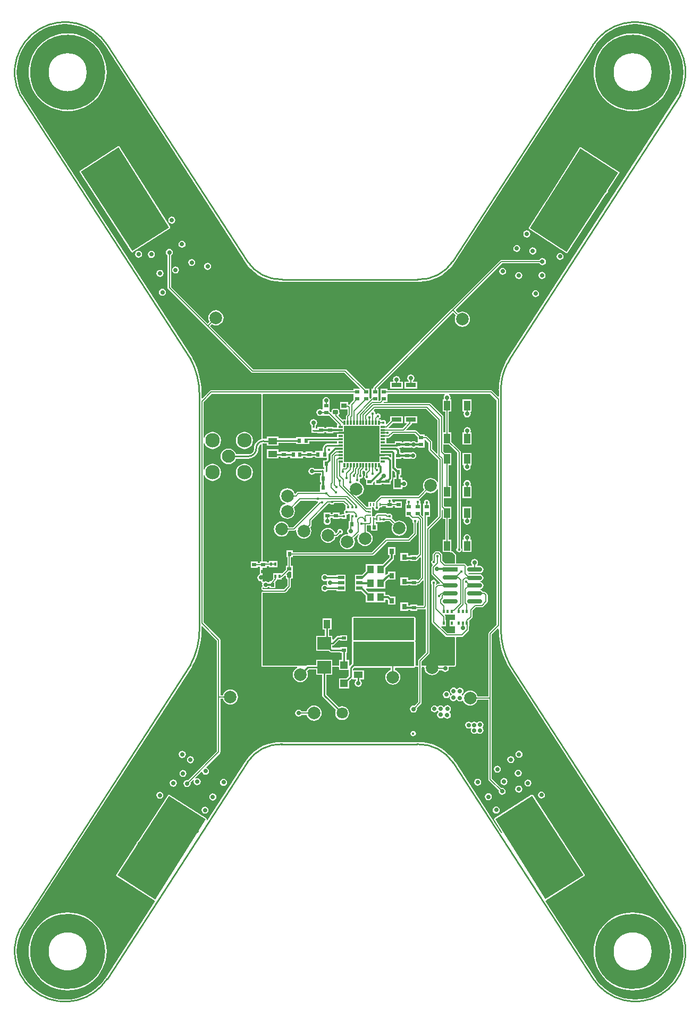
<source format=gtl>
G04 Layer_Physical_Order=1*
G04 Layer_Color=255*
%FSLAX44Y44*%
%MOMM*%
G71*
G01*
G75*
%ADD10C,3.0000*%
%ADD11C,0.2934*%
%ADD12R,0.7000X0.6000*%
%ADD13R,0.6000X0.7000*%
%ADD14C,2.0000*%
%ADD15R,1.0000X1.5500*%
%ADD16R,1.0000X1.4500*%
%ADD17R,1.4500X1.0000*%
%ADD18R,1.2200X1.2500*%
%ADD19R,2.1800X2.0000*%
%ADD20O,2.4000X0.7500*%
%ADD21R,2.4000X0.7500*%
%ADD22R,6.3000X2.1500*%
%ADD23R,0.2750X0.3000*%
%ADD24R,0.3000X0.2750*%
%ADD25R,1.1000X1.3000*%
%ADD26R,0.7000X0.5000*%
%ADD27R,0.4750X0.2500*%
%ADD28R,0.2500X0.4750*%
%ADD29R,0.3500X0.3500*%
%ADD30R,0.8000X0.9000*%
%ADD31R,0.3000X0.6000*%
%ADD32R,1.6000X0.7000*%
%ADD33R,0.8500X0.7500*%
G04:AMPARAMS|DCode=34|XSize=0.85mm|YSize=0.75mm|CornerRadius=0.1875mm|HoleSize=0mm|Usage=FLASHONLY|Rotation=0.000|XOffset=0mm|YOffset=0mm|HoleType=Round|Shape=RoundedRectangle|*
%AMROUNDEDRECTD34*
21,1,0.8500,0.3750,0,0,0.0*
21,1,0.4750,0.7500,0,0,0.0*
1,1,0.3750,0.2375,-0.1875*
1,1,0.3750,-0.2375,-0.1875*
1,1,0.3750,-0.2375,0.1875*
1,1,0.3750,0.2375,0.1875*
%
%ADD34ROUNDEDRECTD34*%
%ADD35R,0.6500X0.3000*%
%ADD36R,0.3000X0.6500*%
%ADD37R,5.4000X5.4000*%
%ADD38R,1.0000X0.5500*%
%ADD39C,0.1500*%
%ADD40C,0.2000*%
%ADD41C,0.3000*%
%ADD42C,0.2500*%
%ADD43C,0.2540*%
%ADD44C,1.8000*%
%ADD45R,1.8000X1.8000*%
%ADD46C,2.3000*%
%ADD47C,2.1000*%
%ADD48C,0.4500*%
%ADD49C,0.5000*%
%ADD50C,0.7000*%
G36*
X989500Y1809035D02*
X974774D01*
Y1809038D01*
X972623Y1808755D01*
X970619Y1807924D01*
X968898Y1806604D01*
X967577Y1804883D01*
X966747Y1802878D01*
X966464Y1800727D01*
X966467D01*
Y1797650D01*
X965630Y1796813D01*
X965197Y1796752D01*
X964002Y1796752D01*
X963732Y1796752D01*
X954002D01*
Y1794535D01*
X950250D01*
Y1796000D01*
X939250D01*
Y1794536D01*
X935252D01*
Y1796502D01*
X925522D01*
X925252Y1796502D01*
X924252D01*
X923982Y1796502D01*
X914252D01*
Y1795035D01*
X910250D01*
Y1796500D01*
X899250D01*
Y1795035D01*
X896000D01*
Y1799250D01*
X877500D01*
Y1785250D01*
X896000D01*
Y1787965D01*
X899250D01*
Y1786500D01*
X910250D01*
Y1787965D01*
X914252D01*
Y1785502D01*
X923982D01*
X924252Y1785502D01*
X925252D01*
X925522Y1785502D01*
X935252D01*
Y1787467D01*
X939250D01*
Y1786000D01*
X950250D01*
Y1787465D01*
X954002D01*
Y1785752D01*
X963732D01*
X964002Y1785752D01*
X965002D01*
X965272Y1785752D01*
X973431D01*
Y1783228D01*
X972453Y1782250D01*
X967000D01*
Y1771250D01*
X968561D01*
Y1768250D01*
X963220D01*
Y1768064D01*
X953651D01*
X953215Y1768715D01*
X951396Y1769931D01*
X949250Y1770358D01*
X947104Y1769931D01*
X945285Y1768715D01*
X944069Y1766896D01*
X943642Y1764750D01*
X944069Y1762604D01*
X945285Y1760785D01*
X947104Y1759569D01*
X949250Y1759142D01*
X951396Y1759569D01*
X953215Y1760785D01*
X953651Y1761436D01*
X963220D01*
Y1761250D01*
X963281D01*
Y1758250D01*
X962250D01*
Y1747250D01*
X963681D01*
Y1744000D01*
X962250D01*
Y1733000D01*
X962250Y1733000D01*
X962250D01*
X962072Y1731804D01*
X927000D01*
X925927Y1731590D01*
X925017Y1730983D01*
X922907Y1728873D01*
X922791Y1728850D01*
X921451Y1729212D01*
X920482Y1731552D01*
X918559Y1734059D01*
X916052Y1735982D01*
X913133Y1737191D01*
X910000Y1737604D01*
X906867Y1737191D01*
X903948Y1735982D01*
X901441Y1734059D01*
X899518Y1731552D01*
X898309Y1728633D01*
X897896Y1725500D01*
X898309Y1722367D01*
X899518Y1719448D01*
X901441Y1716942D01*
X903948Y1715018D01*
X906628Y1713908D01*
X906733Y1713374D01*
Y1713126D01*
X906628Y1712592D01*
X903948Y1711482D01*
X901441Y1709559D01*
X899518Y1707052D01*
X898309Y1704133D01*
X897896Y1701000D01*
X898309Y1697867D01*
X899518Y1694948D01*
X901441Y1692442D01*
X903948Y1690518D01*
X906867Y1689309D01*
X910000Y1688896D01*
X913133Y1689309D01*
X916052Y1690518D01*
X918559Y1692442D01*
X920482Y1694948D01*
X921691Y1697867D01*
X922104Y1701000D01*
X921691Y1704133D01*
X920482Y1707052D01*
X920280Y1707315D01*
X930661Y1717696D01*
X955762D01*
X955936Y1717436D01*
X957342Y1716497D01*
X958296Y1716307D01*
X958714Y1714929D01*
X919089Y1675304D01*
X912484D01*
X912441Y1675633D01*
X911232Y1678552D01*
X909308Y1681059D01*
X906802Y1682982D01*
X903883Y1684191D01*
X900750Y1684604D01*
X897617Y1684191D01*
X894698Y1682982D01*
X892191Y1681059D01*
X890268Y1678552D01*
X889059Y1675633D01*
X888646Y1672500D01*
X889059Y1669367D01*
X890268Y1666448D01*
X892191Y1663941D01*
X894698Y1662018D01*
X897617Y1660809D01*
X900750Y1660397D01*
X903883Y1660809D01*
X906802Y1662018D01*
X909308Y1663941D01*
X911232Y1666448D01*
X912441Y1669367D01*
X912484Y1669696D01*
X920250D01*
X921323Y1669910D01*
X922233Y1670517D01*
X923116Y1671400D01*
X924318Y1670807D01*
X924146Y1669500D01*
X924559Y1666367D01*
X925768Y1663448D01*
X927691Y1660941D01*
X930198Y1659018D01*
X933117Y1657809D01*
X936250Y1657396D01*
X939383Y1657809D01*
X942302Y1659018D01*
X944809Y1660941D01*
X946732Y1663448D01*
X947941Y1666367D01*
X948354Y1669500D01*
X947941Y1672633D01*
X946732Y1675552D01*
X946530Y1675815D01*
X947733Y1677017D01*
X948340Y1677927D01*
X948554Y1679000D01*
Y1686089D01*
X975411Y1712946D01*
X978012D01*
X978186Y1712686D01*
X979592Y1711747D01*
X981250Y1711417D01*
X982908Y1711747D01*
X984314Y1712686D01*
X985156Y1713946D01*
X999339D01*
X1003000Y1710285D01*
Y1703785D01*
X1002842Y1703753D01*
X1001436Y1702814D01*
X1000497Y1701408D01*
X1000167Y1699750D01*
X1000497Y1698092D01*
X1000712Y1697770D01*
X1000033Y1696500D01*
X996500D01*
Y1695809D01*
X993000D01*
Y1698500D01*
X982000D01*
Y1696559D01*
X979000D01*
Y1698500D01*
X968000D01*
Y1688500D01*
X968000Y1688500D01*
X968000D01*
X968498Y1687413D01*
X968319Y1687146D01*
X967892Y1685000D01*
X968319Y1682854D01*
X969535Y1681035D01*
X971354Y1679819D01*
X973500Y1679392D01*
X975646Y1679819D01*
X977465Y1681035D01*
X978681Y1682854D01*
X979108Y1685000D01*
X978681Y1687146D01*
X978512Y1687399D01*
X979000Y1688500D01*
X979000D01*
X979000Y1688500D01*
Y1690441D01*
X982000D01*
Y1688500D01*
X993000D01*
Y1689691D01*
X996500D01*
Y1689000D01*
X1004000D01*
Y1695006D01*
X1004500Y1695417D01*
X1006158Y1695747D01*
X1007564Y1696686D01*
X1007738Y1696946D01*
X1008415D01*
X1009500Y1696500D01*
Y1689000D01*
X1009691D01*
Y1685750D01*
X1007750D01*
Y1674750D01*
X1007750Y1674750D01*
X1007750D01*
X1007496Y1673523D01*
X1007035Y1673215D01*
X1005819Y1671396D01*
X1005392Y1669250D01*
X1005819Y1667104D01*
X1006926Y1665447D01*
X1006720Y1664829D01*
X1006318Y1664246D01*
X1005500Y1664354D01*
X1002367Y1663941D01*
X999448Y1662732D01*
X996942Y1660809D01*
X995018Y1658302D01*
X993809Y1655383D01*
X993396Y1652250D01*
X993809Y1649117D01*
X995018Y1646198D01*
X996942Y1643692D01*
X999448Y1641768D01*
X1002367Y1640559D01*
X1005500Y1640146D01*
X1008633Y1640559D01*
X1011552Y1641768D01*
X1014059Y1643692D01*
X1015982Y1646198D01*
X1017191Y1649117D01*
X1017604Y1652250D01*
X1017191Y1655383D01*
X1016018Y1658214D01*
X1022694Y1664890D01*
X1023651Y1664051D01*
X1023268Y1663552D01*
X1022059Y1660633D01*
X1021646Y1657500D01*
X1022059Y1654367D01*
X1023268Y1651448D01*
X1025191Y1648941D01*
X1027698Y1647018D01*
X1030617Y1645809D01*
X1033750Y1645397D01*
X1036883Y1645809D01*
X1039802Y1647018D01*
X1042309Y1648941D01*
X1044232Y1651448D01*
X1045441Y1654367D01*
X1045854Y1657500D01*
X1045441Y1660633D01*
X1044232Y1663552D01*
X1042309Y1666059D01*
X1039802Y1667982D01*
X1036883Y1669191D01*
X1036554Y1669234D01*
Y1678196D01*
X1040750D01*
X1041823Y1678410D01*
X1041980Y1678515D01*
X1043250Y1677836D01*
Y1669750D01*
X1053250D01*
Y1680750D01*
X1050559D01*
Y1684005D01*
X1060750D01*
X1060750Y1684005D01*
X1062020Y1684211D01*
X1063500Y1683917D01*
X1065158Y1684247D01*
X1066564Y1685186D01*
X1066738Y1685446D01*
X1072839D01*
X1077970Y1680315D01*
X1077768Y1680052D01*
X1076559Y1677133D01*
X1076146Y1674000D01*
X1076559Y1670867D01*
X1077768Y1667948D01*
X1079691Y1665441D01*
X1082198Y1663518D01*
X1085117Y1662309D01*
X1088250Y1661896D01*
X1091383Y1662309D01*
X1094302Y1663518D01*
X1096808Y1665441D01*
X1098732Y1667948D01*
X1099941Y1670867D01*
X1100354Y1674000D01*
X1099941Y1677133D01*
X1098732Y1680052D01*
X1096808Y1682558D01*
X1094302Y1684482D01*
X1091383Y1685691D01*
X1088250Y1686104D01*
X1085117Y1685691D01*
X1082198Y1684482D01*
X1081935Y1684280D01*
X1075983Y1690233D01*
X1075951Y1690391D01*
X1076753Y1691592D01*
X1077083Y1693250D01*
X1076753Y1694908D01*
X1075814Y1696314D01*
X1074408Y1697253D01*
X1072750Y1697583D01*
X1071092Y1697253D01*
X1069881Y1696445D01*
X1069413Y1696913D01*
X1068420Y1697576D01*
X1067250Y1697809D01*
X1067250Y1697809D01*
X1063505D01*
Y1698250D01*
X1054755D01*
Y1698250D01*
X1053616Y1697933D01*
X1053080Y1697826D01*
X1052087Y1697163D01*
X1050337Y1695413D01*
X1049674Y1694420D01*
X1049441Y1693250D01*
X1048361Y1692755D01*
X1045250D01*
Y1696750D01*
Y1707250D01*
X1047115D01*
X1047920Y1706268D01*
X1047917Y1706250D01*
X1048247Y1704592D01*
X1049186Y1703186D01*
X1050592Y1702247D01*
X1052250Y1701917D01*
X1053908Y1702247D01*
X1055314Y1703186D01*
X1056253Y1704592D01*
X1056583Y1706250D01*
X1056580Y1706268D01*
X1057385Y1707250D01*
X1060750D01*
Y1708691D01*
X1067000D01*
Y1706750D01*
X1078000D01*
Y1708691D01*
X1081500D01*
Y1706750D01*
X1092500D01*
Y1716750D01*
X1081500D01*
Y1714809D01*
X1078000D01*
Y1716750D01*
X1077449D01*
X1076833Y1717500D01*
X1076550Y1718926D01*
X1077221Y1720196D01*
X1099844D01*
X1100186Y1719543D01*
X1100344Y1718926D01*
X1099497Y1717658D01*
X1099167Y1716000D01*
X1099497Y1714342D01*
X1099645Y1714120D01*
X1099046Y1713000D01*
X1098000D01*
Y1703000D01*
X1098000D01*
Y1702000D01*
X1098000D01*
Y1692000D01*
X1104535D01*
X1107617Y1688918D01*
X1108527Y1688310D01*
X1108832Y1688249D01*
X1109472Y1687006D01*
X1109480Y1686876D01*
X1109480Y1686876D01*
X1109167Y1685300D01*
X1109497Y1683642D01*
X1110436Y1682236D01*
X1110696Y1682062D01*
Y1666161D01*
X1102589Y1658054D01*
X1068250D01*
X1067177Y1657840D01*
X1066267Y1657233D01*
X1044839Y1635804D01*
X918500D01*
Y1638500D01*
X908500D01*
Y1627500D01*
X910196D01*
Y1614500D01*
X907500D01*
Y1607965D01*
X902231Y1602696D01*
X901000Y1602500D01*
Y1602500D01*
X901000Y1602500D01*
X887500D01*
Y1593143D01*
X884267Y1589911D01*
X883993Y1589500D01*
X881250D01*
Y1587569D01*
X879730D01*
X879465Y1587965D01*
X877646Y1589181D01*
X875500Y1589608D01*
X873354Y1589181D01*
X872229Y1588429D01*
X871088Y1588526D01*
X870717Y1588831D01*
X870706Y1588886D01*
X870683Y1588942D01*
Y1610750D01*
X877250D01*
Y1613696D01*
X881000D01*
Y1611500D01*
X894500D01*
Y1621500D01*
X881000D01*
Y1619304D01*
X877250D01*
Y1620750D01*
X871581D01*
X870683Y1621648D01*
X870683Y1691191D01*
X870683Y1809020D01*
X872216Y1809222D01*
X872250Y1809215D01*
X877500D01*
Y1805750D01*
X896000D01*
Y1809967D01*
X924252D01*
Y1808002D01*
X934252D01*
Y1808002D01*
X935252D01*
Y1808002D01*
X945252D01*
Y1811965D01*
X989500D01*
Y1809035D01*
D02*
G37*
G36*
X1134946Y1810089D02*
Y1798851D01*
X1135160Y1797778D01*
X1135767Y1796868D01*
X1150196Y1782439D01*
Y1747586D01*
X1148926Y1747333D01*
X1148732Y1747802D01*
X1146808Y1750309D01*
X1144302Y1752232D01*
X1141383Y1753441D01*
X1138250Y1753854D01*
X1135117Y1753441D01*
X1132198Y1752232D01*
X1129691Y1750309D01*
X1127768Y1747802D01*
X1126559Y1744883D01*
X1126146Y1741750D01*
X1126559Y1738617D01*
X1127768Y1735698D01*
X1127970Y1735435D01*
X1118339Y1725804D01*
X1059500D01*
X1058427Y1725591D01*
X1057517Y1724983D01*
X1050517Y1717983D01*
X1049910Y1717073D01*
X1049696Y1716000D01*
X1039250D01*
Y1708250D01*
X1036500D01*
X1036500Y1708250D01*
Y1708250D01*
X1035539Y1708927D01*
X1021268Y1723197D01*
X1021676Y1724400D01*
X1022883Y1724559D01*
X1025802Y1725768D01*
X1028308Y1727691D01*
X1030232Y1730198D01*
X1031441Y1733117D01*
X1031854Y1736250D01*
X1031441Y1739383D01*
X1030232Y1742302D01*
X1028308Y1744809D01*
X1025802Y1746732D01*
X1025464Y1746872D01*
X1024988Y1748444D01*
X1025253Y1748842D01*
X1025583Y1750500D01*
X1025293Y1751958D01*
X1025735Y1752644D01*
X1026166Y1753079D01*
X1026550Y1753002D01*
X1028208Y1753332D01*
X1029614Y1754272D01*
X1030554Y1755677D01*
X1030883Y1757336D01*
X1030554Y1758994D01*
X1029614Y1760400D01*
X1029354Y1760574D01*
Y1765000D01*
X1030324Y1765970D01*
X1031795Y1765645D01*
X1032436Y1764686D01*
X1033842Y1763747D01*
X1034042Y1762412D01*
X1033946Y1761929D01*
Y1758738D01*
X1033686Y1758564D01*
X1032747Y1757158D01*
X1032417Y1755500D01*
X1032747Y1753842D01*
X1033686Y1752436D01*
X1035092Y1751497D01*
X1035500Y1751415D01*
Y1743250D01*
X1046500D01*
Y1746453D01*
X1048327Y1748280D01*
X1049500Y1747794D01*
Y1743250D01*
X1060500D01*
Y1744681D01*
X1063750D01*
Y1743500D01*
X1074750D01*
Y1748953D01*
X1076523Y1750727D01*
X1077297Y1751884D01*
X1077569Y1753250D01*
Y1765225D01*
X1078742Y1765711D01*
X1081250Y1763203D01*
Y1757750D01*
X1082431D01*
Y1754500D01*
X1079000D01*
Y1736000D01*
X1093000D01*
Y1738645D01*
X1094270Y1739637D01*
X1095500Y1739392D01*
X1097646Y1739819D01*
X1099465Y1741035D01*
X1100681Y1742854D01*
X1101108Y1745000D01*
X1100681Y1747146D01*
X1099465Y1748965D01*
X1097646Y1750181D01*
X1095500Y1750608D01*
X1094270Y1750363D01*
X1093000Y1751355D01*
Y1754500D01*
X1089569D01*
Y1757750D01*
X1091250D01*
Y1768750D01*
X1085797D01*
X1082819Y1771728D01*
Y1784750D01*
X1091750D01*
Y1786181D01*
X1095250D01*
Y1784750D01*
X1106250D01*
X1106250Y1784750D01*
Y1784750D01*
X1107433Y1784851D01*
X1107854Y1784569D01*
X1110000Y1784142D01*
X1112146Y1784569D01*
X1113965Y1785785D01*
X1115181Y1787604D01*
X1115608Y1789750D01*
X1115181Y1791896D01*
X1113965Y1793715D01*
X1112146Y1794931D01*
X1110000Y1795358D01*
X1107854Y1794931D01*
X1107424Y1794644D01*
X1106250Y1794750D01*
Y1794750D01*
X1106250Y1794750D01*
X1095250D01*
Y1793319D01*
X1091750D01*
Y1794750D01*
X1089819D01*
Y1797750D01*
X1089547Y1799116D01*
X1088773Y1800273D01*
X1088220Y1800827D01*
X1088706Y1802000D01*
X1092000D01*
Y1803431D01*
X1095250D01*
Y1802000D01*
X1106250D01*
Y1802315D01*
X1106666Y1802605D01*
X1107520Y1802878D01*
X1109104Y1801819D01*
X1111250Y1801392D01*
X1113396Y1801819D01*
X1115215Y1803035D01*
X1115480Y1803431D01*
X1117750D01*
Y1802000D01*
X1128750D01*
Y1812000D01*
X1128750D01*
Y1813000D01*
X1128750D01*
Y1814758D01*
X1130020Y1815015D01*
X1134946Y1810089D01*
D02*
G37*
G36*
X1112000Y1493000D02*
X1112000Y1454000D01*
X1015000Y1454000D01*
X1015000Y1493000D01*
X1112000Y1493000D01*
D02*
G37*
G36*
X1117750Y1819535D02*
Y1813000D01*
X1117750D01*
Y1812000D01*
X1117750D01*
Y1810569D01*
X1115480D01*
X1115215Y1810965D01*
X1113396Y1812181D01*
X1111250Y1812608D01*
X1109104Y1812181D01*
X1107520Y1811122D01*
X1106666Y1811396D01*
X1106250Y1811685D01*
Y1812000D01*
X1095250D01*
Y1810569D01*
X1092000D01*
Y1812000D01*
X1081000D01*
Y1809069D01*
X1067500D01*
Y1817696D01*
X1071321D01*
X1072394Y1817910D01*
X1073304Y1818517D01*
X1078982Y1824196D01*
X1113089D01*
X1117750Y1819535D01*
D02*
G37*
G36*
X1472716Y2476295D02*
X1481232Y2474848D01*
X1489533Y2472457D01*
X1497513Y2469151D01*
X1505074Y2464973D01*
X1512119Y2459974D01*
X1518560Y2454218D01*
X1524316Y2447777D01*
X1529314Y2440732D01*
X1533493Y2433172D01*
X1536799Y2425191D01*
X1539190Y2416890D01*
X1540637Y2408374D01*
X1541121Y2399750D01*
X1540637Y2391125D01*
X1539190Y2382609D01*
X1536799Y2374308D01*
X1533493Y2366328D01*
X1532816Y2365102D01*
X1262302Y1947144D01*
X1262252Y1947016D01*
X1262164Y1946910D01*
X1257699Y1938600D01*
X1257319Y1937356D01*
X1257320Y1937347D01*
X1253906Y1930128D01*
X1250849Y1921586D01*
X1248645Y1912785D01*
X1247314Y1903811D01*
X1246930Y1896005D01*
X1246869Y1894750D01*
X1246869Y1894741D01*
X1246916Y1893490D01*
Y1883919D01*
X1245743Y1883433D01*
X1236443Y1892733D01*
X1235533Y1893340D01*
X1234460Y1893554D01*
X1069500D01*
Y1895750D01*
X1058500D01*
Y1885750D01*
X1058500D01*
Y1884750D01*
X1058500D01*
Y1878215D01*
X1057322Y1877037D01*
X1055915D01*
X1055250Y1877702D01*
Y1884480D01*
X1055250Y1884750D01*
Y1885750D01*
X1055250Y1886020D01*
Y1895750D01*
X1054011D01*
X1053485Y1897020D01*
X1174000Y2017535D01*
X1178470Y2013065D01*
X1178268Y2012802D01*
X1177059Y2009883D01*
X1176646Y2006750D01*
X1177059Y2003617D01*
X1178268Y2000698D01*
X1180191Y1998192D01*
X1182698Y1996268D01*
X1185617Y1995059D01*
X1188750Y1994646D01*
X1191883Y1995059D01*
X1194802Y1996268D01*
X1197309Y1998192D01*
X1199232Y2000698D01*
X1200441Y2003617D01*
X1200854Y2006750D01*
X1200441Y2009883D01*
X1199232Y2012802D01*
X1197309Y2015309D01*
X1194802Y2017232D01*
X1191883Y2018441D01*
X1188750Y2018854D01*
X1185617Y2018441D01*
X1182698Y2017232D01*
X1182435Y2017030D01*
X1178600Y2020865D01*
Y2022135D01*
X1252161Y2095696D01*
X1311509D01*
X1312285Y2094535D01*
X1314104Y2093319D01*
X1316250Y2092892D01*
X1318396Y2093319D01*
X1320215Y2094535D01*
X1321431Y2096354D01*
X1321858Y2098500D01*
X1321431Y2100646D01*
X1320215Y2102465D01*
X1318396Y2103681D01*
X1316250Y2104108D01*
X1314104Y2103681D01*
X1312285Y2102465D01*
X1311509Y2101304D01*
X1251000D01*
X1249927Y2101090D01*
X1249017Y2100483D01*
X1172017Y2023483D01*
X1172017Y2023483D01*
X1047767Y1899233D01*
X1047160Y1898323D01*
X1046946Y1897250D01*
Y1895750D01*
X1044250D01*
Y1886020D01*
X1044250Y1885750D01*
Y1884750D01*
X1044250Y1884480D01*
Y1881988D01*
X1043868Y1881733D01*
X1042173Y1880038D01*
X1041000Y1880524D01*
Y1884750D01*
X1041000D01*
Y1885750D01*
X1041000D01*
Y1895750D01*
X1034465D01*
X1003983Y1926233D01*
X1003073Y1926840D01*
X1002000Y1927054D01*
X855911D01*
X787090Y1995875D01*
X789935Y1998720D01*
X790198Y1998518D01*
X793117Y1997309D01*
X796250Y1996896D01*
X799383Y1997309D01*
X802302Y1998518D01*
X804809Y2000441D01*
X806732Y2002948D01*
X807941Y2005867D01*
X808354Y2009000D01*
X807941Y2012133D01*
X806732Y2015052D01*
X804809Y2017558D01*
X802302Y2019482D01*
X799383Y2020691D01*
X796250Y2021104D01*
X793117Y2020691D01*
X790198Y2019482D01*
X787691Y2017558D01*
X785768Y2015052D01*
X784559Y2012133D01*
X784146Y2009000D01*
X784559Y2005867D01*
X785768Y2002948D01*
X785970Y2002685D01*
X783125Y1999840D01*
X724804Y2058161D01*
Y2108509D01*
X725965Y2109285D01*
X727181Y2111104D01*
X727608Y2113250D01*
X727181Y2115396D01*
X725965Y2117215D01*
X724146Y2118431D01*
X722000Y2118858D01*
X719854Y2118431D01*
X718035Y2117215D01*
X716819Y2115396D01*
X716392Y2113250D01*
X716819Y2111104D01*
X718035Y2109285D01*
X719196Y2108509D01*
Y2057000D01*
X719410Y2055927D01*
X720017Y2055017D01*
X781017Y1994017D01*
X852767Y1922267D01*
X853677Y1921660D01*
X854750Y1921446D01*
X1000839D01*
X1025361Y1896923D01*
X1024875Y1895750D01*
X1015750D01*
Y1893554D01*
X788556D01*
X787483Y1893340D01*
X786573Y1892733D01*
X774523Y1880683D01*
X773350Y1881169D01*
Y1885983D01*
X773385Y1887238D01*
X773386Y1887250D01*
X773332Y1888486D01*
X772922Y1897872D01*
X771535Y1908413D01*
X769233Y1918792D01*
X766036Y1928932D01*
X761968Y1938755D01*
X759102Y1944260D01*
X758894Y1944941D01*
X757836Y1946910D01*
X757748Y1947016D01*
X757698Y1947144D01*
X487184Y2365102D01*
X486507Y2366328D01*
X483201Y2374308D01*
X480810Y2382609D01*
X479363Y2391125D01*
X478879Y2399750D01*
X479363Y2408374D01*
X480810Y2416890D01*
X483201Y2425191D01*
X486507Y2433172D01*
X490686Y2440732D01*
X495684Y2447777D01*
X501440Y2454218D01*
X507881Y2459974D01*
X514926Y2464973D01*
X522486Y2469151D01*
X530467Y2472457D01*
X538768Y2474848D01*
X547284Y2476295D01*
X555909Y2476779D01*
X564533Y2476295D01*
X573049Y2474848D01*
X581350Y2472457D01*
X589330Y2469151D01*
X596891Y2464973D01*
X603936Y2459974D01*
X610377Y2454218D01*
X616133Y2447777D01*
X620449Y2441694D01*
X620451Y2441688D01*
X843439Y2097181D01*
X843712Y2096900D01*
X847217Y2091959D01*
X852252Y2086325D01*
X857887Y2081290D01*
X864049Y2076917D01*
X870663Y2073262D01*
X877644Y2070371D01*
X884905Y2068279D01*
X892354Y2067013D01*
X899898Y2066590D01*
X901837Y2066698D01*
X902000Y2066666D01*
X1118000D01*
X1118163Y2066698D01*
X1120102Y2066590D01*
X1127646Y2067013D01*
X1135095Y2068279D01*
X1142356Y2070371D01*
X1149337Y2073262D01*
X1155951Y2076917D01*
X1162113Y2081290D01*
X1167748Y2086325D01*
X1172783Y2091959D01*
X1176288Y2096900D01*
X1176561Y2097181D01*
X1399549Y2441688D01*
X1399551Y2441694D01*
X1403867Y2447777D01*
X1409623Y2454218D01*
X1416064Y2459974D01*
X1423109Y2464973D01*
X1430670Y2469151D01*
X1438650Y2472457D01*
X1446951Y2474848D01*
X1455467Y2476295D01*
X1464091Y2476779D01*
X1472716Y2476295D01*
D02*
G37*
G36*
X1015750Y1887366D02*
Y1885750D01*
X1015750D01*
Y1884750D01*
X1015750D01*
Y1878215D01*
X1010517Y1872983D01*
X1009910Y1872073D01*
X1009780Y1871422D01*
X1009758Y1871396D01*
X1008778Y1870895D01*
X1008426Y1870854D01*
X1008073Y1871090D01*
X1007000Y1871304D01*
X1006500D01*
Y1874750D01*
X994000D01*
Y1863250D01*
X1005946D01*
Y1855911D01*
X1004017Y1853983D01*
X1003410Y1853073D01*
X1003196Y1852000D01*
Y1847000D01*
X997500D01*
X997500Y1847000D01*
Y1847000D01*
X996443Y1847522D01*
X991557Y1852409D01*
X991681Y1853672D01*
X991919Y1853831D01*
X992775Y1855113D01*
X993076Y1856625D01*
Y1860375D01*
X992775Y1861887D01*
X991919Y1863169D01*
X990637Y1864025D01*
X989125Y1864326D01*
X984375D01*
X982863Y1864025D01*
X981581Y1863169D01*
X980725Y1861887D01*
X980424Y1860375D01*
Y1859168D01*
X979251Y1858682D01*
X978733Y1859200D01*
X977823Y1859808D01*
X977250Y1859922D01*
Y1862980D01*
X977250Y1863250D01*
Y1864250D01*
X977250Y1864520D01*
Y1874250D01*
X977250Y1874250D01*
X977014Y1875520D01*
X977358Y1877250D01*
X976931Y1879396D01*
X975715Y1881215D01*
X973896Y1882431D01*
X971750Y1882858D01*
X969604Y1882431D01*
X967785Y1881215D01*
X966569Y1879396D01*
X966142Y1877250D01*
X966486Y1875520D01*
X966250Y1874250D01*
X966250D01*
X966250Y1874250D01*
Y1864520D01*
X966250Y1864250D01*
Y1863250D01*
X964980Y1862874D01*
X964146Y1863431D01*
X962000Y1863858D01*
X959854Y1863431D01*
X958035Y1862215D01*
X956819Y1860396D01*
X956392Y1858250D01*
X956819Y1856104D01*
X958035Y1854285D01*
X959854Y1853069D01*
X962000Y1852642D01*
X964146Y1853069D01*
X964980Y1853626D01*
X966250Y1853250D01*
Y1853250D01*
X966250Y1853250D01*
X976752D01*
X989880Y1840123D01*
X989500Y1839000D01*
X989500D01*
X989500Y1839000D01*
Y1834069D01*
X983250D01*
Y1835000D01*
X972250D01*
Y1833569D01*
X969000D01*
Y1835000D01*
X958000D01*
Y1832939D01*
X955250D01*
Y1837724D01*
X955715Y1838035D01*
X956931Y1839854D01*
X957358Y1842000D01*
X956931Y1844146D01*
X955715Y1845965D01*
X953896Y1847181D01*
X951750Y1847608D01*
X949604Y1847181D01*
X947785Y1845965D01*
X946569Y1844146D01*
X946142Y1842000D01*
X946569Y1839854D01*
X947785Y1838035D01*
X948250Y1837724D01*
Y1826250D01*
X955250D01*
Y1826311D01*
X958000D01*
Y1825000D01*
X969000D01*
Y1826431D01*
X972250D01*
Y1825000D01*
X983250D01*
Y1826931D01*
X994750D01*
X995095Y1827000D01*
X1000000D01*
Y1836500D01*
X1057000D01*
Y1832000D01*
Y1822000D01*
Y1812000D01*
Y1802000D01*
Y1792000D01*
X1061905D01*
X1062250Y1791931D01*
X1075681D01*
Y1787275D01*
X1074508Y1786789D01*
X1073273Y1788023D01*
X1072116Y1788797D01*
X1070750Y1789069D01*
X1062250D01*
X1061905Y1789000D01*
X1057000D01*
Y1779500D01*
X1000000D01*
Y1792000D01*
Y1802000D01*
Y1812000D01*
Y1824000D01*
X989500D01*
Y1819035D01*
X940252D01*
X940085Y1819002D01*
X935252D01*
Y1819002D01*
X934252D01*
Y1819002D01*
X924252D01*
Y1817036D01*
X896000D01*
Y1819750D01*
X877500D01*
Y1816285D01*
X872250D01*
Y1816291D01*
X872069Y1816273D01*
X871772Y1816356D01*
X870838Y1816997D01*
X870799Y1817029D01*
X870722Y1817414D01*
X870720Y1817421D01*
X870720Y1817428D01*
X870683Y1817606D01*
X870683Y1872106D01*
Y1886096D01*
X871667Y1887366D01*
X1015750D01*
D02*
G37*
G36*
X1160346Y1887366D02*
X1160731Y1886096D01*
X1160535Y1885965D01*
X1159319Y1884146D01*
X1158892Y1882000D01*
X1159236Y1880270D01*
X1158479Y1879000D01*
X1157250D01*
Y1859500D01*
X1161446D01*
Y1826500D01*
X1158304D01*
Y1851500D01*
X1158090Y1852573D01*
X1157483Y1853483D01*
X1138483Y1872483D01*
X1137573Y1873090D01*
X1136500Y1873304D01*
X1064515D01*
X1063836Y1874574D01*
X1063954Y1874750D01*
X1069500D01*
Y1884750D01*
X1069500D01*
Y1885750D01*
X1069890Y1886859D01*
X1070398Y1887366D01*
X1160346D01*
D02*
G37*
G36*
X1149196Y1845671D02*
Y1793029D01*
X1148023Y1792543D01*
X1140554Y1800012D01*
Y1811250D01*
X1140340Y1812323D01*
X1139733Y1813233D01*
X1132983Y1819983D01*
X1132073Y1820590D01*
X1131000Y1820804D01*
X1128750D01*
Y1823000D01*
X1122215D01*
X1116233Y1828983D01*
X1115323Y1829590D01*
X1114250Y1829804D01*
X1099678D01*
X1099192Y1830977D01*
X1107483Y1839267D01*
X1108090Y1840177D01*
X1108304Y1841250D01*
X1117000D01*
Y1852250D01*
X1097000D01*
Y1841250D01*
X1099875D01*
X1100361Y1840077D01*
X1093589Y1833304D01*
X1071815D01*
X1071289Y1834574D01*
X1077965Y1841250D01*
X1094000D01*
Y1852250D01*
X1074000D01*
Y1845215D01*
X1068508Y1839723D01*
X1068089Y1839785D01*
X1068033Y1839814D01*
X1067175Y1841204D01*
X1067333Y1842000D01*
X1067003Y1843658D01*
X1066064Y1845064D01*
X1064658Y1846003D01*
X1063000Y1846333D01*
X1061342Y1846003D01*
X1060770Y1845621D01*
X1059500Y1846300D01*
Y1847000D01*
X1054894D01*
X1054769Y1848270D01*
X1055908Y1848497D01*
X1057314Y1849436D01*
X1058253Y1850842D01*
X1058583Y1852500D01*
X1058253Y1854158D01*
X1057314Y1855564D01*
X1055908Y1856503D01*
X1054250Y1856833D01*
X1052592Y1856503D01*
X1051424Y1855723D01*
X1050528Y1856121D01*
X1050254Y1856353D01*
X1050333Y1856750D01*
X1050003Y1858408D01*
X1049064Y1859814D01*
X1048023Y1860510D01*
X1047666Y1861948D01*
X1049663Y1863946D01*
X1130921D01*
X1149196Y1845671D01*
D02*
G37*
G36*
X1157250Y1702796D02*
Y1688500D01*
X1161446D01*
Y1655500D01*
X1157250D01*
Y1636000D01*
X1169551D01*
X1169554Y1635992D01*
X1169578Y1635956D01*
X1169578Y1635956D01*
X1169720Y1635814D01*
X1169808Y1635683D01*
X1169940Y1635594D01*
X1170141Y1635394D01*
X1170403Y1635285D01*
X1170470Y1635240D01*
X1170548Y1635225D01*
X1170654Y1635181D01*
X1170670Y1635170D01*
X1170690Y1635166D01*
X1170876Y1635089D01*
X1171053Y1635054D01*
X1171254D01*
X1171451Y1635015D01*
X1172549D01*
X1172830Y1634959D01*
X1173194Y1634808D01*
X1173433Y1634649D01*
X1176541Y1631541D01*
X1176646Y1631383D01*
X1176683Y1631198D01*
Y1617904D01*
X1161382D01*
X1156804Y1622482D01*
Y1631321D01*
X1156590Y1632394D01*
X1155983Y1633304D01*
X1153054Y1636233D01*
X1152144Y1636840D01*
X1151071Y1637054D01*
X1146929D01*
X1145856Y1636840D01*
X1144946Y1636233D01*
X1142017Y1633304D01*
X1141410Y1632394D01*
X1141196Y1631321D01*
Y1623530D01*
X1140461Y1623039D01*
X1139522Y1621633D01*
X1139192Y1619975D01*
X1139522Y1618317D01*
X1140461Y1616911D01*
X1141406Y1616279D01*
X1141727Y1614803D01*
X1140323Y1613400D01*
X1139716Y1612490D01*
X1139502Y1611417D01*
Y1601794D01*
X1139716Y1600721D01*
X1140323Y1599811D01*
X1153408Y1586727D01*
X1152922Y1585554D01*
X1150000D01*
X1148927Y1585340D01*
X1148017Y1584733D01*
X1147331Y1584046D01*
X1146345Y1584856D01*
X1147003Y1585842D01*
X1147333Y1587500D01*
X1147003Y1589158D01*
X1146064Y1590564D01*
X1144658Y1591503D01*
X1143000Y1591833D01*
X1141342Y1591503D01*
X1139936Y1590564D01*
X1138997Y1589158D01*
X1138667Y1587500D01*
X1138997Y1585842D01*
X1139936Y1584436D01*
X1140196Y1584262D01*
Y1524750D01*
X1140410Y1523677D01*
X1141017Y1522767D01*
X1162017Y1501767D01*
X1162927Y1501160D01*
X1164000Y1500946D01*
X1175785D01*
X1176683Y1500048D01*
X1176683Y1460723D01*
Y1456140D01*
X1176683Y1456140D01*
X1176676Y1456130D01*
X1176543Y1455809D01*
X1176541Y1455797D01*
X1176069Y1455325D01*
X1175927Y1455183D01*
X1175915Y1455181D01*
X1175594Y1455048D01*
X1175584Y1455041D01*
X1175383D01*
X1175383Y1455041D01*
X1127247Y1455041D01*
X1124952D01*
X1124054Y1455852D01*
Y1461839D01*
X1135483Y1473267D01*
X1136090Y1474177D01*
X1136304Y1475250D01*
Y1671339D01*
X1154983Y1690017D01*
X1155590Y1690927D01*
X1155804Y1692000D01*
Y1702235D01*
X1157074Y1702914D01*
X1157250Y1702796D01*
D02*
G37*
G36*
X1243426Y1877819D02*
Y1520141D01*
X1231017Y1507733D01*
X1230410Y1506823D01*
X1230196Y1505750D01*
Y1406304D01*
X1212984D01*
X1212941Y1406633D01*
X1211732Y1409552D01*
X1209809Y1412059D01*
X1207302Y1413982D01*
X1204383Y1415191D01*
X1201250Y1415604D01*
X1198117Y1415191D01*
X1195198Y1413982D01*
X1192691Y1412059D01*
X1190768Y1409552D01*
X1190128Y1408006D01*
X1188924Y1407748D01*
X1187873Y1408563D01*
Y1409805D01*
X1188965Y1410535D01*
X1190181Y1412354D01*
X1190608Y1414500D01*
X1190181Y1416646D01*
X1188965Y1418465D01*
X1187146Y1419681D01*
X1185000Y1420108D01*
X1182854Y1419681D01*
X1181035Y1418465D01*
X1180722Y1417998D01*
X1179195D01*
X1178715Y1418715D01*
X1176896Y1419931D01*
X1174750Y1420358D01*
X1172604Y1419931D01*
X1170785Y1418715D01*
X1169569Y1416896D01*
X1169142Y1414750D01*
X1169569Y1412604D01*
X1170785Y1410785D01*
X1171627Y1410222D01*
Y1408695D01*
X1170535Y1407965D01*
X1170054Y1407245D01*
X1168857Y1407741D01*
X1169108Y1409000D01*
X1168681Y1411146D01*
X1167465Y1412965D01*
X1165646Y1414181D01*
X1163500Y1414608D01*
X1161354Y1414181D01*
X1159535Y1412965D01*
X1158319Y1411146D01*
X1157892Y1409000D01*
X1158319Y1406854D01*
X1159535Y1405035D01*
X1161354Y1403819D01*
X1163500Y1403392D01*
X1165646Y1403819D01*
X1167465Y1405035D01*
X1167946Y1405755D01*
X1169143Y1405259D01*
X1168892Y1404000D01*
X1169319Y1401854D01*
X1170535Y1400035D01*
X1172354Y1398819D01*
X1174500Y1398392D01*
X1176646Y1398819D01*
X1178465Y1400035D01*
X1178778Y1400502D01*
X1180305D01*
X1180785Y1399785D01*
X1182604Y1398569D01*
X1184750Y1398142D01*
X1186896Y1398569D01*
X1188488Y1399633D01*
X1189506Y1399527D01*
X1189969Y1399376D01*
X1190768Y1397448D01*
X1192691Y1394942D01*
X1195198Y1393018D01*
X1198117Y1391809D01*
X1201250Y1391396D01*
X1204383Y1391809D01*
X1207302Y1393018D01*
X1209809Y1394942D01*
X1211732Y1397448D01*
X1212941Y1400367D01*
X1212984Y1400696D01*
X1230196D01*
Y1274250D01*
X1230410Y1273177D01*
X1231017Y1272267D01*
X1246915Y1256370D01*
X1246642Y1255000D01*
X1247069Y1252854D01*
X1248285Y1251035D01*
X1250104Y1249819D01*
X1252250Y1249392D01*
X1254396Y1249819D01*
X1256215Y1251035D01*
X1257431Y1252854D01*
X1257858Y1255000D01*
X1257431Y1257146D01*
X1256215Y1258965D01*
X1254396Y1260181D01*
X1252250Y1260608D01*
X1250880Y1260335D01*
X1235804Y1275411D01*
Y1404250D01*
Y1504589D01*
X1245414Y1514199D01*
X1246694Y1513759D01*
X1246864Y1513012D01*
X1246864Y1513000D01*
X1246919Y1511743D01*
X1247328Y1502378D01*
X1248715Y1491837D01*
X1251017Y1481458D01*
X1254214Y1471318D01*
X1258282Y1461495D01*
X1261148Y1455990D01*
X1261356Y1455309D01*
X1262414Y1453340D01*
X1262502Y1453234D01*
X1262552Y1453106D01*
X1533065Y1035148D01*
X1533743Y1033922D01*
X1537048Y1025942D01*
X1539440Y1017641D01*
X1540887Y1009125D01*
X1541371Y1000500D01*
X1540887Y991876D01*
X1539440Y983360D01*
X1537048Y975059D01*
X1533743Y967078D01*
X1529564Y959518D01*
X1524566Y952473D01*
X1518810Y946032D01*
X1512369Y940276D01*
X1505324Y935277D01*
X1497763Y931099D01*
X1489783Y927793D01*
X1481482Y925402D01*
X1472966Y923955D01*
X1464341Y923471D01*
X1455717Y923955D01*
X1447201Y925402D01*
X1438900Y927793D01*
X1430920Y931099D01*
X1423359Y935277D01*
X1416314Y940276D01*
X1409873Y946032D01*
X1404117Y952473D01*
X1399801Y958556D01*
X1399799Y958562D01*
X1321373Y1079727D01*
X1321459Y1080113D01*
X1321986Y1081116D01*
X1322033Y1081134D01*
X1322399Y1081274D01*
X1322404Y1081279D01*
X1322410Y1081282D01*
X1382661Y1119782D01*
X1382666Y1119787D01*
X1382673Y1119790D01*
X1382953Y1120062D01*
X1383235Y1120333D01*
X1383237Y1120340D01*
X1383243Y1120345D01*
X1383398Y1120705D01*
X1383554Y1121061D01*
X1383554Y1121069D01*
X1383557Y1121076D01*
X1383562Y1121468D01*
X1383570Y1121857D01*
X1383568Y1121864D01*
X1383568Y1121871D01*
X1383423Y1122234D01*
X1383281Y1122598D01*
X1383276Y1122603D01*
X1383273Y1122610D01*
X1301148Y1249110D01*
X1300866Y1249399D01*
X1300594Y1249679D01*
X1300593Y1249680D01*
X1300593Y1249680D01*
X1300213Y1249843D01*
X1299863Y1249994D01*
X1299863D01*
X1299862Y1249995D01*
X1299444Y1250000D01*
X1299068Y1250005D01*
X1299067Y1250005D01*
X1299066D01*
X1298689Y1249855D01*
X1298329Y1249711D01*
X1240079Y1211961D01*
X1239803Y1211693D01*
X1239523Y1211428D01*
X1239518Y1211416D01*
X1239508Y1211407D01*
X1239356Y1211054D01*
X1239199Y1210702D01*
X1239199Y1210688D01*
X1239193Y1210676D01*
X1239188Y1210291D01*
X1239177Y1209906D01*
X1239182Y1209894D01*
X1239182Y1209880D01*
X1239325Y1209522D01*
X1239462Y1209163D01*
X1252206Y1188924D01*
X1251136Y1188241D01*
X1177540Y1301943D01*
X1176634Y1302876D01*
X1176421Y1302968D01*
X1173319Y1307340D01*
X1168146Y1313129D01*
X1162358Y1318301D01*
X1156027Y1322793D01*
X1149233Y1326548D01*
X1142061Y1329519D01*
X1134602Y1331668D01*
X1126948Y1332968D01*
X1119198Y1333404D01*
X1117336Y1333299D01*
X1117036Y1333359D01*
X903170D01*
X901906Y1333385D01*
D01*
X900657Y1333429D01*
X899707Y1333483D01*
X892200Y1333061D01*
X884787Y1331801D01*
X877562Y1329720D01*
X870616Y1326843D01*
X864035Y1323206D01*
X857903Y1318855D01*
X852297Y1313844D01*
X847286Y1308238D01*
X843583Y1303019D01*
X843583Y1303019D01*
X843455Y1302844D01*
X842884Y1301962D01*
X782637Y1208883D01*
X781503Y1209468D01*
X781568Y1209630D01*
X781568Y1209644D01*
X781572Y1209657D01*
X781562Y1210042D01*
X781557Y1210426D01*
X781551Y1210438D01*
X781551Y1210452D01*
X781394Y1210804D01*
X781242Y1211157D01*
X781232Y1211166D01*
X781227Y1211178D01*
X780947Y1211443D01*
X780671Y1211711D01*
X722421Y1249461D01*
X722047Y1249610D01*
X721684Y1249755D01*
X721683D01*
X721682Y1249755D01*
X721290Y1249750D01*
X720888Y1249745D01*
X720887Y1249744D01*
X720887D01*
X720523Y1249588D01*
X720157Y1249430D01*
X720157Y1249430D01*
X720156Y1249429D01*
X719876Y1249141D01*
X719602Y1248860D01*
X672313Y1176019D01*
X671426Y1175426D01*
X670210Y1173607D01*
X669973Y1172415D01*
X637477Y1122360D01*
X637474Y1122353D01*
X637469Y1122348D01*
X637326Y1121982D01*
X637182Y1121621D01*
X637183Y1121614D01*
X637180Y1121607D01*
X637188Y1121214D01*
X637193Y1120826D01*
X637196Y1120819D01*
X637196Y1120811D01*
X637354Y1120452D01*
X637507Y1120095D01*
X637512Y1120090D01*
X637515Y1120083D01*
X637797Y1119812D01*
X638077Y1119540D01*
X638084Y1119537D01*
X638089Y1119532D01*
X698339Y1081032D01*
X698346Y1081029D01*
X698351Y1081024D01*
X698363Y1081020D01*
X698850Y1080076D01*
X698929Y1079602D01*
X698921Y1079545D01*
X620467Y958336D01*
X620465Y958331D01*
X616149Y952248D01*
X610393Y945807D01*
X603952Y940051D01*
X596907Y935052D01*
X589346Y930874D01*
X581366Y927568D01*
X573065Y925177D01*
X564549Y923730D01*
X555924Y923245D01*
X547300Y923730D01*
X538784Y925177D01*
X530483Y927568D01*
X522503Y930874D01*
X514942Y935052D01*
X507897Y940051D01*
X501456Y945807D01*
X495700Y952248D01*
X490702Y959293D01*
X486523Y966853D01*
X483217Y974834D01*
X480826Y983134D01*
X479379Y991650D01*
X478895Y1000275D01*
X479379Y1008900D01*
X480826Y1017416D01*
X483217Y1025716D01*
X486523Y1033697D01*
X487200Y1034922D01*
X757714Y1452881D01*
X757764Y1453008D01*
X757852Y1453114D01*
X758910Y1455083D01*
X759118Y1455765D01*
X761984Y1461270D01*
X766052Y1471093D01*
X769249Y1481232D01*
X771551Y1491612D01*
X772938Y1502153D01*
X773347Y1511518D01*
X773402Y1512775D01*
X773401Y1512787D01*
X773350Y1513250D01*
Y1517525D01*
X774523Y1518011D01*
X797696Y1494839D01*
Y1405000D01*
Y1318661D01*
X751620Y1272585D01*
X750250Y1272858D01*
X748104Y1272431D01*
X746285Y1271215D01*
X745069Y1269396D01*
X744642Y1267250D01*
X745069Y1265104D01*
X746285Y1263285D01*
X748104Y1262069D01*
X750250Y1261642D01*
X752396Y1262069D01*
X754215Y1263285D01*
X755431Y1265104D01*
X755858Y1267250D01*
X755585Y1268620D01*
X760328Y1273363D01*
X761315Y1272553D01*
X761203Y1272386D01*
X760776Y1270240D01*
X761203Y1268094D01*
X762419Y1266275D01*
X764238Y1265060D01*
X766384Y1264633D01*
X768530Y1265060D01*
X770349Y1266275D01*
X771565Y1268094D01*
X771992Y1270240D01*
X771565Y1272386D01*
X770349Y1274206D01*
X768530Y1275421D01*
X766384Y1275848D01*
X764238Y1275421D01*
X764071Y1275310D01*
X763261Y1276296D01*
X773033Y1286068D01*
X774411Y1285650D01*
X774569Y1284854D01*
X775785Y1283035D01*
X777604Y1281819D01*
X779750Y1281392D01*
X781896Y1281819D01*
X783715Y1283035D01*
X784931Y1284854D01*
X785358Y1287000D01*
X784931Y1289146D01*
X783715Y1290965D01*
X781896Y1292181D01*
X781100Y1292339D01*
X780682Y1293717D01*
X802483Y1315517D01*
X803090Y1316427D01*
X803304Y1317500D01*
Y1402196D01*
X807516D01*
X807559Y1401867D01*
X808768Y1398948D01*
X810692Y1396441D01*
X813198Y1394518D01*
X816117Y1393309D01*
X819250Y1392897D01*
X822383Y1393309D01*
X825302Y1394518D01*
X827809Y1396441D01*
X829732Y1398948D01*
X830941Y1401867D01*
X831354Y1405000D01*
X830941Y1408133D01*
X829732Y1411052D01*
X827809Y1413559D01*
X825302Y1415482D01*
X822383Y1416691D01*
X819250Y1417104D01*
X816117Y1416691D01*
X813198Y1415482D01*
X810692Y1413559D01*
X808768Y1411052D01*
X807559Y1408133D01*
X807516Y1407804D01*
X803304D01*
Y1496000D01*
X803090Y1497073D01*
X802483Y1497983D01*
X776840Y1523625D01*
Y1758078D01*
X778110Y1758330D01*
X779058Y1756042D01*
X781222Y1753222D01*
X784042Y1751058D01*
X787326Y1749698D01*
X790850Y1749234D01*
X794374Y1749698D01*
X797658Y1751058D01*
X800478Y1753222D01*
X802642Y1756042D01*
X804003Y1759326D01*
X804466Y1762850D01*
X804003Y1766374D01*
X802642Y1769658D01*
X800478Y1772478D01*
X797658Y1774642D01*
X794374Y1776003D01*
X790850Y1776467D01*
X787326Y1776003D01*
X784042Y1774642D01*
X781222Y1772478D01*
X779058Y1769658D01*
X778110Y1767370D01*
X776840Y1767622D01*
Y1808878D01*
X778110Y1809130D01*
X779058Y1806842D01*
X781222Y1804022D01*
X784042Y1801858D01*
X787326Y1800497D01*
X790850Y1800034D01*
X794374Y1800497D01*
X797658Y1801858D01*
X800478Y1804022D01*
X802642Y1806842D01*
X804003Y1810126D01*
X804466Y1813650D01*
X804003Y1817174D01*
X802642Y1820458D01*
X800478Y1823278D01*
X797658Y1825442D01*
X794374Y1826803D01*
X790850Y1827267D01*
X787326Y1826803D01*
X784042Y1825442D01*
X781222Y1823278D01*
X779058Y1820458D01*
X778110Y1818170D01*
X776840Y1818422D01*
Y1875069D01*
X789717Y1887946D01*
X867700D01*
X867743Y1887927D01*
X867981Y1887765D01*
X868408Y1887311D01*
X868644Y1886676D01*
Y1883828D01*
X868644Y1817412D01*
X868645Y1817405D01*
X868644Y1817398D01*
X868722Y1817016D01*
X868799Y1816631D01*
X868737Y1816540D01*
X867935Y1815600D01*
X867910Y1815585D01*
X866399Y1815127D01*
X863755Y1813714D01*
X861438Y1811812D01*
X859537Y1809495D01*
X858123Y1806852D01*
X857253Y1803983D01*
X856960Y1801000D01*
X856960D01*
X856825Y1799786D01*
X856671Y1798610D01*
X855748Y1796382D01*
X854280Y1794470D01*
X852368Y1793002D01*
X850140Y1792079D01*
X847810Y1791773D01*
X847750Y1791785D01*
X828316D01*
X827169Y1794554D01*
X825165Y1797165D01*
X822554Y1799169D01*
X819513Y1800428D01*
X816250Y1800858D01*
X812987Y1800428D01*
X809946Y1799169D01*
X807335Y1797165D01*
X805331Y1794554D01*
X804072Y1791513D01*
X803642Y1788250D01*
X804072Y1784987D01*
X805331Y1781946D01*
X807335Y1779335D01*
X809946Y1777331D01*
X812987Y1776072D01*
X816250Y1775642D01*
X819513Y1776072D01*
X822554Y1777331D01*
X825165Y1779335D01*
X827169Y1781946D01*
X828316Y1784715D01*
X847750D01*
Y1784705D01*
X850929Y1785018D01*
X853986Y1785945D01*
X856803Y1787451D01*
X859273Y1789478D01*
X861299Y1791947D01*
X862805Y1794764D01*
X863732Y1797821D01*
X864045Y1801000D01*
X864045D01*
X864183Y1802213D01*
X864304Y1803129D01*
X865126Y1805113D01*
X866433Y1806817D01*
X867374Y1807539D01*
X868644Y1806913D01*
X868644Y1716625D01*
X868644Y1622020D01*
X868282Y1621332D01*
X867847Y1620833D01*
X867751Y1620773D01*
X867700Y1620750D01*
X866250D01*
Y1618554D01*
X862750D01*
Y1620750D01*
X851750D01*
Y1610750D01*
X862750D01*
Y1612946D01*
X866250D01*
Y1610750D01*
X866250D01*
Y1609750D01*
X866250D01*
Y1600510D01*
X865854Y1600431D01*
X864035Y1599215D01*
X862819Y1597396D01*
X862392Y1595250D01*
X862819Y1593104D01*
X864035Y1591285D01*
X865854Y1590069D01*
X868000Y1589642D01*
X868604Y1588775D01*
X868697Y1588580D01*
X868706Y1588488D01*
X868717Y1588433D01*
X868771Y1588304D01*
X868799Y1588162D01*
X868804Y1588149D01*
X868817Y1588075D01*
X868829Y1588057D01*
X868833Y1588036D01*
X868920Y1587906D01*
X868959Y1587789D01*
X869006Y1587736D01*
X869022Y1587698D01*
X869122Y1587597D01*
X869246Y1587404D01*
X869256Y1587394D01*
X869268Y1587386D01*
X869275Y1587374D01*
X869388Y1587299D01*
X869483Y1587190D01*
X869599Y1587101D01*
X870326Y1586156D01*
X870319Y1586146D01*
X869892Y1584000D01*
X870319Y1581854D01*
X870329Y1581829D01*
X869593Y1580895D01*
X869481Y1580808D01*
X869387Y1580700D01*
X869275Y1580626D01*
X869267Y1580614D01*
X869255Y1580605D01*
X869245Y1580595D01*
X869123Y1580404D01*
X869022Y1580303D01*
X869005Y1580262D01*
X868958Y1580208D01*
X868919Y1580093D01*
X868833Y1579964D01*
X868829Y1579943D01*
X868817Y1579924D01*
X868781Y1579723D01*
X868717Y1579568D01*
X868683Y1579395D01*
X868683Y1579208D01*
X868678Y1579184D01*
Y1579170D01*
X868644Y1578997D01*
Y1577903D01*
X868683Y1577705D01*
X868683Y1577504D01*
X868720Y1577319D01*
Y1577319D01*
X868720Y1577319D01*
X868796Y1577134D01*
X868799Y1577122D01*
X868805Y1577112D01*
X868939Y1576791D01*
X868941Y1576780D01*
X868947Y1576770D01*
X869024Y1576584D01*
X869129Y1576427D01*
X869271Y1576285D01*
X869383Y1576118D01*
X869997Y1575504D01*
X870164Y1575392D01*
X870306Y1575250D01*
X870463Y1575145D01*
X870649Y1575068D01*
X870658Y1575062D01*
X870670Y1575060D01*
X870992Y1574926D01*
X871001Y1574920D01*
X871013Y1574918D01*
X871198Y1574841D01*
X871384Y1574804D01*
X871585D01*
X871782Y1574765D01*
X904388D01*
X904585Y1574804D01*
X904786Y1574804D01*
X904971Y1574841D01*
X905157Y1574918D01*
X905168Y1574920D01*
X905178Y1574926D01*
X905499Y1575060D01*
X905511Y1575062D01*
X905521Y1575068D01*
X905706Y1575145D01*
X905863Y1575250D01*
X906005Y1575392D01*
X906172Y1575504D01*
X911496Y1580827D01*
X911608Y1580995D01*
X911750Y1581137D01*
X911855Y1581294D01*
X911932Y1581479D01*
X911938Y1581489D01*
X911941Y1581501D01*
X912074Y1581822D01*
X912080Y1581832D01*
X912082Y1581843D01*
X912159Y1582029D01*
X912196Y1582214D01*
Y1582415D01*
X912235Y1582612D01*
Y1593299D01*
X912196Y1593496D01*
Y1593697D01*
X912163Y1593865D01*
Y1593865D01*
X912086Y1594050D01*
X912080Y1594080D01*
X912064Y1594104D01*
X911858Y1594600D01*
X911296Y1595162D01*
X910801Y1595367D01*
X910776Y1595384D01*
X910746Y1595390D01*
X910561Y1595467D01*
X910281Y1595631D01*
X909539Y1596499D01*
Y1598175D01*
X909500Y1598372D01*
X909500Y1598573D01*
X909489Y1598626D01*
X909474Y1598663D01*
X909473Y1598703D01*
X909405Y1598850D01*
X909384Y1598955D01*
X909303Y1599077D01*
X909185Y1599361D01*
X909157Y1599389D01*
X909140Y1599426D01*
X908956Y1599596D01*
X908942Y1599617D01*
X908912Y1599637D01*
X908905Y1599643D01*
X908876Y1599675D01*
X908684Y1600948D01*
X908716Y1601198D01*
X908755Y1601290D01*
X911965Y1604500D01*
X915191D01*
X916460Y1603501D01*
X916461Y1603500D01*
Y1595539D01*
X916005D01*
X915808Y1595500D01*
X915607D01*
X915439Y1595467D01*
X915439D01*
X915254Y1595390D01*
X915224Y1595384D01*
X915199Y1595367D01*
X914704Y1595162D01*
X914142Y1594599D01*
X913937Y1594105D01*
X913920Y1594080D01*
X913914Y1594050D01*
X913837Y1593864D01*
Y1593864D01*
X913804Y1593697D01*
Y1593496D01*
X913765Y1593299D01*
Y1581451D01*
X913670Y1580973D01*
X913399Y1580567D01*
X909916Y1577084D01*
X909916Y1577084D01*
X906433Y1573601D01*
X906027Y1573330D01*
X905549Y1573235D01*
X870884D01*
X870687Y1573196D01*
X870486D01*
X870318Y1573163D01*
X870133Y1573086D01*
X870103Y1573080D01*
X870078Y1573063D01*
X869583Y1572858D01*
X869020Y1572296D01*
X868816Y1571801D01*
X868799Y1571776D01*
X868793Y1571746D01*
X868716Y1571561D01*
Y1571561D01*
X868683Y1571393D01*
Y1571192D01*
X868644Y1570995D01*
X868644Y1455242D01*
X868683Y1455045D01*
Y1454844D01*
X868716Y1454677D01*
Y1454677D01*
X868793Y1454491D01*
X868799Y1454462D01*
X868816Y1454437D01*
X869021Y1453942D01*
X869583Y1453379D01*
X870078Y1453174D01*
X870103Y1453157D01*
X870133Y1453152D01*
X870318Y1453075D01*
X870318D01*
X870486Y1453041D01*
X870687D01*
X870884Y1453002D01*
X925653Y1453002D01*
X925906Y1451732D01*
X924698Y1451232D01*
X922191Y1449308D01*
X920268Y1446802D01*
X919059Y1443883D01*
X918646Y1440750D01*
X919059Y1437617D01*
X920268Y1434698D01*
X922191Y1432191D01*
X924698Y1430268D01*
X927617Y1429059D01*
X930750Y1428646D01*
X933883Y1429059D01*
X936802Y1430268D01*
X939308Y1432191D01*
X941232Y1434698D01*
X942441Y1437617D01*
X942854Y1440750D01*
X942441Y1443883D01*
X941399Y1446400D01*
X943964Y1448965D01*
X956100D01*
Y1440500D01*
X965465D01*
Y1407800D01*
X965734Y1406447D01*
X966501Y1405300D01*
X987417Y1384384D01*
X986583Y1382372D01*
X986205Y1379500D01*
X986583Y1376628D01*
X987691Y1373953D01*
X989455Y1371655D01*
X991753Y1369892D01*
X994428Y1368783D01*
X997300Y1368405D01*
X1000172Y1368783D01*
X1002848Y1369892D01*
X1005145Y1371655D01*
X1006908Y1373953D01*
X1008017Y1376628D01*
X1008395Y1379500D01*
X1008017Y1382372D01*
X1006908Y1385047D01*
X1005145Y1387345D01*
X1002848Y1389108D01*
X1000172Y1390217D01*
X997300Y1390595D01*
X994428Y1390217D01*
X992416Y1389383D01*
X972535Y1409264D01*
Y1440500D01*
X981900D01*
Y1453002D01*
X991500D01*
X991500Y1453002D01*
X992398Y1451886D01*
Y1448000D01*
X1007666D01*
Y1438631D01*
X1004035Y1435000D01*
X992400D01*
Y1418500D01*
X1008600D01*
Y1430135D01*
X1012480Y1434015D01*
X1013750Y1433489D01*
Y1433250D01*
X1019465D01*
Y1431253D01*
X1019035Y1430965D01*
X1017819Y1429146D01*
X1017392Y1427000D01*
X1017819Y1424854D01*
X1019035Y1423035D01*
X1020854Y1421819D01*
X1023000Y1421392D01*
X1025146Y1421819D01*
X1026965Y1423035D01*
X1028181Y1424854D01*
X1028608Y1427000D01*
X1028181Y1429146D01*
X1026965Y1430965D01*
X1026535Y1431253D01*
Y1433250D01*
X1032250D01*
Y1447250D01*
X1014334D01*
Y1450119D01*
X1016176Y1451961D01*
X1074941Y1451961D01*
Y1448451D01*
X1074867Y1448441D01*
X1071948Y1447232D01*
X1069442Y1445309D01*
X1067518Y1442802D01*
X1066309Y1439883D01*
X1065896Y1436750D01*
X1066309Y1433617D01*
X1067518Y1430698D01*
X1069442Y1428192D01*
X1071948Y1426268D01*
X1074867Y1425059D01*
X1078000Y1424646D01*
X1081133Y1425059D01*
X1084052Y1426268D01*
X1086559Y1428192D01*
X1088482Y1430698D01*
X1089691Y1433617D01*
X1090104Y1436750D01*
X1089691Y1439883D01*
X1088482Y1442802D01*
X1086559Y1445309D01*
X1084052Y1447232D01*
X1081133Y1448441D01*
X1081059Y1448451D01*
Y1451063D01*
X1081957Y1451961D01*
X1112000D01*
X1112780Y1452116D01*
X1113442Y1452558D01*
X1113774Y1453055D01*
X1113842Y1453041D01*
X1114043Y1453041D01*
X1114240Y1453002D01*
X1117547D01*
X1117547Y1453002D01*
X1117551Y1452999D01*
X1118298Y1452195D01*
X1118446Y1451886D01*
Y1397411D01*
X1112370Y1391335D01*
X1111000Y1391608D01*
X1108854Y1391181D01*
X1107035Y1389965D01*
X1105819Y1388146D01*
X1105392Y1386000D01*
X1105819Y1383854D01*
X1107035Y1382035D01*
X1108854Y1380819D01*
X1111000Y1380392D01*
X1113146Y1380819D01*
X1114965Y1382035D01*
X1116181Y1383854D01*
X1116608Y1386000D01*
X1116335Y1387370D01*
X1123233Y1394267D01*
X1123840Y1395177D01*
X1124054Y1396250D01*
Y1451882D01*
X1124073Y1451958D01*
X1124099Y1452032D01*
X1124240Y1452268D01*
X1124952Y1453002D01*
X1127247D01*
X1128296Y1452169D01*
X1128403Y1452047D01*
X1128396Y1452000D01*
X1128809Y1448867D01*
X1130018Y1445948D01*
X1131942Y1443441D01*
X1134448Y1441518D01*
X1137367Y1440309D01*
X1140500Y1439896D01*
X1143633Y1440309D01*
X1146552Y1441518D01*
X1149059Y1443441D01*
X1150982Y1445948D01*
X1151706Y1447696D01*
X1156759D01*
X1157535Y1446535D01*
X1159354Y1445319D01*
X1161500Y1444892D01*
X1163646Y1445319D01*
X1165465Y1446535D01*
X1166681Y1448354D01*
X1167108Y1450500D01*
X1166863Y1451732D01*
X1167854Y1453002D01*
X1175584D01*
X1175781Y1453041D01*
X1175982Y1453041D01*
X1176167Y1453078D01*
X1176353Y1453155D01*
X1176364Y1453157D01*
X1176374Y1453164D01*
X1176695Y1453297D01*
X1176707Y1453299D01*
X1176717Y1453306D01*
X1176902Y1453383D01*
X1177059Y1453488D01*
X1177202Y1453630D01*
X1177368Y1453741D01*
X1177983Y1454355D01*
X1178094Y1454522D01*
X1178236Y1454664D01*
X1178341Y1454822D01*
X1178418Y1455007D01*
X1178425Y1455017D01*
X1178427Y1455029D01*
X1178560Y1455350D01*
X1178567Y1455360D01*
X1178569Y1455371D01*
X1178646Y1455557D01*
X1178683Y1455742D01*
Y1455943D01*
X1178722Y1456140D01*
Y1457357D01*
X1178722Y1500048D01*
X1178722Y1500048D01*
X1179838Y1500946D01*
X1187750D01*
X1188823Y1501160D01*
X1189733Y1501767D01*
X1198233Y1510267D01*
X1198840Y1511177D01*
X1199054Y1512250D01*
Y1517750D01*
X1199500D01*
Y1526335D01*
X1204183Y1531017D01*
X1204790Y1531927D01*
X1205004Y1533000D01*
Y1543039D01*
X1210012Y1548047D01*
X1220051D01*
X1221124Y1548260D01*
X1222033Y1548868D01*
X1228483Y1555317D01*
X1229090Y1556227D01*
X1229304Y1557300D01*
Y1567250D01*
X1229090Y1568323D01*
X1228483Y1569233D01*
X1225483Y1572233D01*
X1224573Y1572840D01*
X1223500Y1573054D01*
X1221408D01*
X1220646Y1574196D01*
X1218744Y1575466D01*
X1217305Y1575753D01*
Y1577047D01*
X1218744Y1577334D01*
X1220646Y1578604D01*
X1221916Y1580506D01*
X1222363Y1582750D01*
X1221916Y1584993D01*
X1220646Y1586895D01*
X1218744Y1588166D01*
X1218061Y1588302D01*
Y1589597D01*
X1218744Y1589733D01*
X1220646Y1591004D01*
X1221916Y1592906D01*
X1222363Y1595149D01*
X1221916Y1597393D01*
X1220646Y1599295D01*
X1218744Y1600566D01*
X1216500Y1601012D01*
X1200000D01*
X1198837Y1600781D01*
X1198355Y1601319D01*
X1199019Y1602482D01*
X1200000Y1602287D01*
X1216500D01*
X1218744Y1602733D01*
X1220646Y1604004D01*
X1221916Y1605906D01*
X1222363Y1608149D01*
X1221916Y1610393D01*
X1220646Y1612295D01*
X1218744Y1613566D01*
X1216500Y1614012D01*
X1212596D01*
X1212211Y1615282D01*
X1212215Y1615285D01*
X1213431Y1617104D01*
X1213858Y1619250D01*
X1213431Y1621396D01*
X1212215Y1623215D01*
X1210396Y1624431D01*
X1208250Y1624858D01*
X1206104Y1624431D01*
X1204285Y1623215D01*
X1203069Y1621396D01*
X1202642Y1619250D01*
X1203069Y1617104D01*
X1204285Y1615285D01*
X1204289Y1615282D01*
X1203904Y1614012D01*
X1200000D01*
X1197757Y1613566D01*
X1197476Y1613378D01*
X1196195Y1614049D01*
X1196090Y1614573D01*
X1195483Y1615483D01*
X1193883Y1617083D01*
X1192973Y1617690D01*
X1191900Y1617904D01*
X1178722D01*
Y1631398D01*
X1178722Y1631399D01*
X1178567Y1632179D01*
X1178125Y1632841D01*
X1178125Y1632841D01*
X1174875Y1636091D01*
X1174708Y1636202D01*
X1174566Y1636344D01*
X1174160Y1636615D01*
X1174160Y1636615D01*
X1173425Y1636920D01*
X1172947Y1637015D01*
X1172746D01*
X1172549Y1637054D01*
X1171451D01*
X1171274Y1637089D01*
X1171250Y1637124D01*
Y1655500D01*
X1167054D01*
Y1688500D01*
X1171250D01*
Y1708000D01*
X1160965D01*
X1159304Y1709661D01*
Y1722000D01*
X1171250D01*
Y1741500D01*
X1167054D01*
Y1774500D01*
X1171250D01*
Y1794000D01*
X1160965D01*
X1158304Y1796661D01*
Y1807000D01*
X1167535D01*
X1180696Y1793839D01*
Y1643238D01*
X1180436Y1643064D01*
X1179497Y1641658D01*
X1179167Y1640000D01*
X1179497Y1638342D01*
X1180436Y1636936D01*
X1181842Y1635997D01*
X1183500Y1635667D01*
X1185158Y1635997D01*
X1186564Y1636936D01*
X1187503Y1638342D01*
X1187833Y1640000D01*
X1187503Y1641658D01*
X1186564Y1643064D01*
X1186304Y1643238D01*
Y1795000D01*
X1186090Y1796073D01*
X1185483Y1796983D01*
X1171250Y1811215D01*
Y1826500D01*
X1167054D01*
Y1859500D01*
X1171250D01*
Y1879000D01*
X1170521D01*
X1169764Y1880270D01*
X1170108Y1882000D01*
X1169681Y1884146D01*
X1168465Y1885965D01*
X1167401Y1886676D01*
X1167787Y1887946D01*
X1233298D01*
X1243426Y1877819D01*
D02*
G37*
G36*
X1119196Y1685839D02*
Y1633161D01*
X1118061Y1632027D01*
X1117000Y1631500D01*
Y1631500D01*
X1117000Y1631500D01*
X1106000D01*
Y1630069D01*
X1102250D01*
Y1634500D01*
X1090250D01*
Y1621500D01*
X1102250D01*
Y1622931D01*
X1106000D01*
Y1621500D01*
X1117000D01*
Y1623796D01*
X1117573Y1623910D01*
X1118483Y1624517D01*
X1121523Y1627558D01*
X1122696Y1627072D01*
Y1595661D01*
X1118270Y1591235D01*
X1117000Y1591761D01*
Y1592500D01*
X1106000D01*
Y1591069D01*
X1102250D01*
Y1595500D01*
X1090250D01*
Y1582500D01*
X1102250D01*
Y1583931D01*
X1106000D01*
Y1582500D01*
X1117000D01*
Y1584696D01*
X1118500D01*
X1119573Y1584910D01*
X1120483Y1585517D01*
X1126023Y1591058D01*
X1127196Y1590571D01*
Y1550911D01*
X1126589Y1550304D01*
X1117000D01*
Y1552500D01*
X1106000D01*
Y1551069D01*
X1102250D01*
Y1555500D01*
X1090250D01*
Y1542500D01*
X1102250D01*
Y1543931D01*
X1106000D01*
Y1542500D01*
X1117000D01*
Y1544696D01*
X1127750D01*
X1128823Y1544910D01*
X1129426Y1545313D01*
X1130696Y1544847D01*
Y1476411D01*
X1119267Y1464983D01*
X1118660Y1464073D01*
X1118446Y1463000D01*
Y1455939D01*
X1117812Y1455305D01*
X1117547Y1455041D01*
X1114441D01*
X1114441Y1455041D01*
X1114039Y1456228D01*
X1114039Y1493000D01*
X1113884Y1493780D01*
X1113442Y1494558D01*
X1113884Y1495220D01*
X1114039Y1496000D01*
Y1531000D01*
X1113884Y1531780D01*
X1113442Y1532442D01*
X1112780Y1532884D01*
X1112000Y1533039D01*
X1015000Y1533039D01*
X1014220Y1532884D01*
X1013558Y1532442D01*
X1013116Y1531780D01*
X1012961Y1531000D01*
Y1496000D01*
X1013116Y1495220D01*
X1013558Y1494442D01*
X1013116Y1493780D01*
X1012961Y1493000D01*
X1012961Y1458176D01*
X1009868Y1455083D01*
X1008598Y1455143D01*
Y1464500D01*
X1004033D01*
Y1475500D01*
X1005500D01*
Y1484500D01*
X994500D01*
Y1483535D01*
X981900D01*
Y1486965D01*
X982001D01*
X983354Y1487234D01*
X984501Y1488000D01*
X991998Y1495498D01*
X994500D01*
Y1494500D01*
X1005500D01*
Y1503500D01*
X994500D01*
Y1502567D01*
X990534D01*
X989181Y1502298D01*
X988034Y1501532D01*
X983073Y1496571D01*
X981900Y1497057D01*
Y1502500D01*
X976785D01*
Y1512250D01*
X980250D01*
Y1530750D01*
X966250D01*
Y1512250D01*
X969715D01*
Y1502500D01*
X956100D01*
Y1478500D01*
X976001D01*
X977001Y1477500D01*
X978147Y1476734D01*
X979500Y1476465D01*
X979500Y1476465D01*
X994500D01*
Y1475500D01*
X996964D01*
Y1464500D01*
X992398D01*
Y1455939D01*
X991500Y1455041D01*
X981900D01*
Y1464500D01*
X956100D01*
Y1456035D01*
X942500D01*
X941147Y1455766D01*
X940063Y1455041D01*
X872594Y1455041D01*
X871084D01*
X870683Y1456146D01*
X870683Y1570995D01*
X870683Y1570995D01*
X870700Y1571021D01*
X870746Y1571133D01*
X870859Y1571179D01*
X870884Y1571196D01*
X905750Y1571196D01*
X905947Y1571235D01*
X905947D01*
X906425Y1571330D01*
X906425Y1571331D01*
X906823Y1571410D01*
X907160Y1571635D01*
X907160Y1571635D01*
X907160Y1571635D01*
X907733Y1572017D01*
X911358Y1575642D01*
X914841Y1579125D01*
X914841Y1579125D01*
X914983Y1579267D01*
X915591Y1580177D01*
X915804Y1581250D01*
Y1593299D01*
X915804Y1593299D01*
X915821Y1593324D01*
X915867Y1593437D01*
X915980Y1593483D01*
X916005Y1593500D01*
X918500Y1593500D01*
Y1603500D01*
X918500Y1603500D01*
Y1604500D01*
X918500Y1604500D01*
Y1614500D01*
X915804D01*
Y1627500D01*
X918500D01*
Y1630196D01*
X1046000D01*
X1047073Y1630410D01*
X1047983Y1631017D01*
X1069411Y1652446D01*
X1103750D01*
X1104823Y1652660D01*
X1105733Y1653267D01*
X1115483Y1663017D01*
X1116090Y1663927D01*
X1116304Y1665000D01*
Y1682062D01*
X1116564Y1682236D01*
X1117503Y1683642D01*
X1117811Y1685189D01*
X1117966Y1685375D01*
X1118997Y1685959D01*
X1119196Y1685839D01*
D02*
G37*
G36*
X906627Y1598375D02*
X907500Y1597760D01*
Y1593500D01*
X909009D01*
X910196Y1592313D01*
Y1582612D01*
X910196Y1582612D01*
X910190Y1582602D01*
X910057Y1582281D01*
X910054Y1582269D01*
X904731Y1576946D01*
X904719Y1576944D01*
X904398Y1576810D01*
X904388Y1576804D01*
X904187D01*
X904187Y1576804D01*
X871782D01*
X871781Y1576804D01*
X871772Y1576810D01*
X871450Y1576944D01*
X871439Y1576946D01*
X870967Y1577418D01*
X870825Y1577560D01*
X870822Y1577572D01*
X870689Y1577893D01*
X870683Y1577903D01*
Y1578103D01*
X870683Y1578103D01*
Y1578810D01*
X870683Y1578811D01*
X870683Y1578997D01*
X870717Y1579170D01*
X871092Y1579475D01*
X872226Y1579573D01*
X873354Y1578819D01*
X875500Y1578392D01*
X877646Y1578819D01*
X879465Y1580035D01*
X879730Y1580431D01*
X881250D01*
Y1578500D01*
X891250D01*
Y1588963D01*
X892983Y1590695D01*
X893590Y1591605D01*
X893768Y1592500D01*
X901000D01*
Y1594696D01*
X902073Y1594910D01*
X902983Y1595517D01*
X905864Y1598399D01*
X905980Y1598443D01*
X906297Y1598492D01*
X906364Y1598496D01*
X906627Y1598375D01*
D02*
G37*
G36*
X1112000Y1496000D02*
X1015000Y1496000D01*
Y1531000D01*
X1112000Y1531000D01*
Y1496000D01*
D02*
G37*
G36*
X1176683Y1536539D02*
Y1527961D01*
X1175500Y1527750D01*
X1175413Y1527750D01*
X1168500D01*
Y1517750D01*
X1175413D01*
X1176683Y1517539D01*
Y1506554D01*
X1165161D01*
X1155048Y1516667D01*
X1155761Y1517750D01*
X1162500D01*
Y1527750D01*
X1161804D01*
Y1533361D01*
X1161590Y1534434D01*
X1160983Y1535343D01*
X1160750Y1535577D01*
X1161236Y1536750D01*
X1175413D01*
X1176683Y1536539D01*
D02*
G37*
G36*
X1150196Y1735914D02*
Y1693161D01*
X1133977Y1676942D01*
X1132804Y1677428D01*
Y1692000D01*
X1137500D01*
Y1701730D01*
X1137500Y1702000D01*
Y1703000D01*
X1137500Y1703270D01*
Y1713000D01*
X1137019D01*
X1136138Y1714270D01*
X1136333Y1715250D01*
X1136003Y1716908D01*
X1135064Y1718314D01*
X1133658Y1719253D01*
X1132000Y1719583D01*
X1130342Y1719253D01*
X1128936Y1718314D01*
X1127997Y1716908D01*
X1127667Y1715250D01*
X1127862Y1714270D01*
X1126981Y1713000D01*
X1126500D01*
Y1703270D01*
X1126500Y1703000D01*
Y1702000D01*
X1126500Y1701730D01*
Y1693875D01*
X1125327Y1693389D01*
X1123250Y1695465D01*
Y1701730D01*
X1123250Y1702000D01*
Y1703000D01*
X1123250Y1703270D01*
Y1713000D01*
X1122602D01*
X1121839Y1714270D01*
X1122083Y1715500D01*
X1121753Y1717158D01*
X1120814Y1718564D01*
X1120124Y1719025D01*
X1120392Y1720374D01*
X1120573Y1720410D01*
X1121483Y1721017D01*
X1131935Y1731470D01*
X1132198Y1731268D01*
X1135117Y1730059D01*
X1138250Y1729646D01*
X1141383Y1730059D01*
X1144302Y1731268D01*
X1146808Y1733192D01*
X1148732Y1735698D01*
X1148926Y1736167D01*
X1150196Y1735914D01*
D02*
G37*
G36*
X779563Y1210000D02*
X699437Y1082750D01*
X639188Y1121250D01*
X721312Y1247750D01*
X779563Y1210000D01*
D02*
G37*
G36*
X1381562Y1121500D02*
X1321313Y1083000D01*
X1241188Y1210250D01*
X1299438Y1248000D01*
X1381562Y1121500D01*
D02*
G37*
%LPC*%
G36*
X791384Y1251598D02*
X789238Y1251171D01*
X787419Y1249956D01*
X786203Y1248136D01*
X785776Y1245990D01*
X786203Y1243844D01*
X787419Y1242025D01*
X789238Y1240809D01*
X791384Y1240383D01*
X793530Y1240809D01*
X795349Y1242025D01*
X796565Y1243844D01*
X796992Y1245990D01*
X796565Y1248136D01*
X795349Y1249956D01*
X793530Y1251171D01*
X791384Y1251598D01*
D02*
G37*
G36*
X1230250Y1251858D02*
X1228104Y1251431D01*
X1226285Y1250215D01*
X1225069Y1248396D01*
X1224642Y1246250D01*
X1225069Y1244104D01*
X1226285Y1242285D01*
X1228104Y1241069D01*
X1230250Y1240642D01*
X1232396Y1241069D01*
X1234215Y1242285D01*
X1235431Y1244104D01*
X1235858Y1246250D01*
X1235431Y1248396D01*
X1234215Y1250215D01*
X1232396Y1251431D01*
X1230250Y1251858D01*
D02*
G37*
G36*
X706884Y1254348D02*
X704738Y1253921D01*
X702919Y1252706D01*
X701703Y1250886D01*
X701276Y1248740D01*
X701703Y1246594D01*
X702919Y1244775D01*
X704738Y1243559D01*
X706884Y1243133D01*
X709030Y1243559D01*
X710849Y1244775D01*
X712065Y1246594D01*
X712492Y1248740D01*
X712065Y1250886D01*
X710849Y1252706D01*
X709030Y1253921D01*
X706884Y1254348D01*
D02*
G37*
G36*
X1278750Y1264108D02*
X1276604Y1263681D01*
X1274785Y1262465D01*
X1273569Y1260646D01*
X1273142Y1258500D01*
X1273569Y1256354D01*
X1274785Y1254535D01*
X1276604Y1253319D01*
X1278750Y1252892D01*
X1280896Y1253319D01*
X1282715Y1254535D01*
X1283931Y1256354D01*
X1284358Y1258500D01*
X1283931Y1260646D01*
X1282715Y1262465D01*
X1280896Y1263681D01*
X1278750Y1264108D01*
D02*
G37*
G36*
X1165000Y1392108D02*
X1162854Y1391681D01*
X1161035Y1390465D01*
X1160305Y1389373D01*
X1158778D01*
X1158215Y1390215D01*
X1156396Y1391431D01*
X1154250Y1391858D01*
X1152104Y1391431D01*
X1150285Y1390215D01*
X1149885Y1389617D01*
X1148615D01*
X1148215Y1390215D01*
X1146396Y1391431D01*
X1144250Y1391858D01*
X1142104Y1391431D01*
X1140285Y1390215D01*
X1139069Y1388396D01*
X1138642Y1386250D01*
X1139069Y1384104D01*
X1140285Y1382285D01*
X1142104Y1381069D01*
X1144250Y1380642D01*
X1146396Y1381069D01*
X1148215Y1382285D01*
X1148615Y1382883D01*
X1149885D01*
X1150285Y1382285D01*
X1150509Y1382135D01*
Y1380865D01*
X1150285Y1380715D01*
X1149069Y1378896D01*
X1148642Y1376750D01*
X1149069Y1374604D01*
X1150285Y1372785D01*
X1152104Y1371569D01*
X1154250Y1371142D01*
X1156396Y1371569D01*
X1158215Y1372785D01*
X1158569Y1373315D01*
X1160097D01*
X1160785Y1372285D01*
X1162604Y1371069D01*
X1164750Y1370642D01*
X1166896Y1371069D01*
X1168715Y1372285D01*
X1169931Y1374104D01*
X1170358Y1376250D01*
X1169931Y1378396D01*
X1168715Y1380215D01*
X1168248Y1380528D01*
Y1382055D01*
X1168965Y1382535D01*
X1170181Y1384354D01*
X1170608Y1386500D01*
X1170181Y1388646D01*
X1168965Y1390465D01*
X1167146Y1391681D01*
X1165000Y1392108D01*
D02*
G37*
G36*
X1314750Y1254608D02*
X1312604Y1254181D01*
X1310785Y1252965D01*
X1309569Y1251146D01*
X1309142Y1249000D01*
X1309569Y1246854D01*
X1310785Y1245035D01*
X1312604Y1243819D01*
X1314750Y1243392D01*
X1316896Y1243819D01*
X1318715Y1245035D01*
X1319931Y1246854D01*
X1320358Y1249000D01*
X1319931Y1251146D01*
X1318715Y1252965D01*
X1316896Y1254181D01*
X1314750Y1254608D01*
D02*
G37*
G36*
X1082250Y1644000D02*
X1070250D01*
Y1631000D01*
X1072681D01*
Y1627228D01*
X1061953Y1616500D01*
X1051270D01*
X1051000Y1616500D01*
X1050000D01*
X1049730Y1616500D01*
X1035000D01*
Y1605547D01*
X1029703Y1600250D01*
X1017500D01*
Y1590750D01*
Y1582250D01*
Y1573750D01*
X1027703D01*
X1035000Y1566453D01*
Y1555500D01*
X1049730D01*
X1050000Y1555500D01*
X1051000D01*
X1051270Y1555500D01*
X1066000D01*
Y1560431D01*
X1069272D01*
X1070250Y1559453D01*
Y1552000D01*
X1082250D01*
Y1565000D01*
X1074797D01*
X1073273Y1566523D01*
X1072116Y1567297D01*
X1070750Y1567569D01*
X1066000D01*
Y1572500D01*
X1051270D01*
X1051000Y1572500D01*
X1050000D01*
X1049730Y1572500D01*
X1039047D01*
X1035317Y1576230D01*
X1035843Y1577500D01*
X1035921Y1577500D01*
X1049730D01*
X1050000Y1577500D01*
X1051000D01*
X1051270Y1577500D01*
X1066000D01*
Y1588453D01*
X1069120Y1591573D01*
X1070250Y1592000D01*
Y1592000D01*
X1070250Y1592000D01*
X1082250D01*
Y1605000D01*
X1070250D01*
Y1601919D01*
X1069634Y1601797D01*
X1068477Y1601023D01*
X1067270Y1599817D01*
X1066000Y1600343D01*
Y1610453D01*
X1078773Y1623227D01*
X1079547Y1624384D01*
X1079819Y1625750D01*
Y1631000D01*
X1082250D01*
Y1644000D01*
D02*
G37*
G36*
X1460000Y1062098D02*
X1453047Y1061707D01*
X1446182Y1060541D01*
X1439490Y1058613D01*
X1433057Y1055948D01*
X1426962Y1052580D01*
X1421283Y1048550D01*
X1416090Y1043910D01*
X1411450Y1038717D01*
X1407420Y1033038D01*
X1404052Y1026943D01*
X1401387Y1020510D01*
X1399459Y1013818D01*
X1398293Y1006953D01*
X1397902Y1000000D01*
X1398293Y993047D01*
X1399459Y986182D01*
X1401387Y979490D01*
X1404052Y973057D01*
X1407420Y966962D01*
X1411450Y961283D01*
X1416090Y956090D01*
X1421283Y951450D01*
X1426962Y947420D01*
X1433057Y944052D01*
X1439490Y941387D01*
X1446182Y939459D01*
X1453047Y938293D01*
X1460000Y937902D01*
X1466953Y938293D01*
X1473818Y939459D01*
X1480510Y941387D01*
X1486943Y944052D01*
X1493038Y947420D01*
X1498717Y951450D01*
X1503910Y956090D01*
X1508550Y961283D01*
X1512580Y966962D01*
X1515948Y973057D01*
X1518613Y979490D01*
X1520541Y986182D01*
X1521707Y993047D01*
X1522098Y1000000D01*
X1521707Y1006953D01*
X1520541Y1013818D01*
X1518613Y1020510D01*
X1515948Y1026943D01*
X1512580Y1033038D01*
X1508550Y1038717D01*
X1503910Y1043910D01*
X1498717Y1048550D01*
X1493038Y1052580D01*
X1486943Y1055948D01*
X1480510Y1058613D01*
X1473818Y1060541D01*
X1466953Y1061707D01*
X1460000Y1062098D01*
D02*
G37*
G36*
X560000D02*
X553047Y1061707D01*
X546182Y1060541D01*
X539490Y1058613D01*
X533057Y1055948D01*
X526962Y1052580D01*
X521283Y1048550D01*
X516090Y1043910D01*
X511450Y1038717D01*
X507420Y1033038D01*
X504052Y1026943D01*
X501387Y1020510D01*
X499459Y1013818D01*
X498293Y1006953D01*
X497902Y1000000D01*
X498293Y993047D01*
X499459Y986182D01*
X501387Y979490D01*
X504052Y973057D01*
X507420Y966962D01*
X511450Y961283D01*
X516090Y956090D01*
X521283Y951450D01*
X526962Y947420D01*
X533057Y944052D01*
X539490Y941387D01*
X546182Y939459D01*
X553047Y938293D01*
X560000Y937902D01*
X566953Y938293D01*
X573818Y939459D01*
X580510Y941387D01*
X586943Y944052D01*
X593038Y947420D01*
X598717Y951450D01*
X603910Y956090D01*
X608550Y961283D01*
X612580Y966962D01*
X615948Y973057D01*
X618613Y979490D01*
X620541Y986182D01*
X621707Y993047D01*
X622098Y1000000D01*
X621707Y1006953D01*
X620541Y1013818D01*
X618613Y1020510D01*
X615948Y1026943D01*
X612580Y1033038D01*
X608550Y1038717D01*
X603910Y1043910D01*
X598717Y1048550D01*
X593038Y1052580D01*
X586943Y1055948D01*
X580510Y1058613D01*
X573818Y1060541D01*
X566953Y1061707D01*
X560000Y1062098D01*
D02*
G37*
G36*
X1242750Y1230858D02*
X1240604Y1230431D01*
X1238785Y1229215D01*
X1237569Y1227396D01*
X1237142Y1225250D01*
X1237569Y1223104D01*
X1238785Y1221285D01*
X1240604Y1220069D01*
X1242750Y1219642D01*
X1244896Y1220069D01*
X1246715Y1221285D01*
X1247931Y1223104D01*
X1248358Y1225250D01*
X1247931Y1227396D01*
X1246715Y1229215D01*
X1244896Y1230431D01*
X1242750Y1230858D01*
D02*
G37*
G36*
X778884Y1230598D02*
X776738Y1230171D01*
X774919Y1228956D01*
X773703Y1227136D01*
X773276Y1224990D01*
X773703Y1222844D01*
X774919Y1221025D01*
X776738Y1219809D01*
X778884Y1219383D01*
X781030Y1219809D01*
X782849Y1221025D01*
X784065Y1222844D01*
X784492Y1224990D01*
X784065Y1227136D01*
X782849Y1228956D01*
X781030Y1230171D01*
X778884Y1230598D01*
D02*
G37*
G36*
X969750Y1600858D02*
X967604Y1600431D01*
X965785Y1599215D01*
X964569Y1597396D01*
X964142Y1595250D01*
X964569Y1593104D01*
X965785Y1591285D01*
X967604Y1590069D01*
X969750Y1589642D01*
X971896Y1590069D01*
X972822Y1590688D01*
X973737Y1589772D01*
X973319Y1589146D01*
X972892Y1587000D01*
X973319Y1584854D01*
X974039Y1583776D01*
X973124Y1582861D01*
X971896Y1583681D01*
X969750Y1584108D01*
X967604Y1583681D01*
X965785Y1582465D01*
X964569Y1580646D01*
X964142Y1578500D01*
X964569Y1576354D01*
X965785Y1574535D01*
X967604Y1573319D01*
X969750Y1572892D01*
X971896Y1573319D01*
X973715Y1574535D01*
X974137Y1575166D01*
X988500D01*
Y1573750D01*
X1002500D01*
Y1582250D01*
Y1590750D01*
Y1600250D01*
X988500D01*
Y1598584D01*
X974137D01*
X973715Y1599215D01*
X971896Y1600431D01*
X969750Y1600858D01*
D02*
G37*
G36*
X728384Y1273598D02*
X726238Y1273171D01*
X724419Y1271956D01*
X723203Y1270136D01*
X722776Y1267990D01*
X723203Y1265844D01*
X724419Y1264025D01*
X726238Y1262810D01*
X728384Y1262383D01*
X730530Y1262810D01*
X732349Y1264025D01*
X733565Y1265844D01*
X733992Y1267990D01*
X733565Y1270136D01*
X732349Y1271956D01*
X730530Y1273171D01*
X728384Y1273598D01*
D02*
G37*
G36*
X755634Y1310848D02*
X753488Y1310421D01*
X751669Y1309206D01*
X750453Y1307386D01*
X750026Y1305240D01*
X750453Y1303094D01*
X751669Y1301275D01*
X753488Y1300060D01*
X755634Y1299633D01*
X757780Y1300060D01*
X759599Y1301275D01*
X760815Y1303094D01*
X761242Y1305240D01*
X760815Y1307386D01*
X759599Y1309206D01*
X757780Y1310421D01*
X755634Y1310848D01*
D02*
G37*
G36*
X1266000Y1311108D02*
X1263854Y1310681D01*
X1262035Y1309465D01*
X1260819Y1307646D01*
X1260392Y1305500D01*
X1260819Y1303354D01*
X1262035Y1301535D01*
X1263854Y1300319D01*
X1266000Y1299892D01*
X1268146Y1300319D01*
X1269965Y1301535D01*
X1271181Y1303354D01*
X1271608Y1305500D01*
X1271181Y1307646D01*
X1269965Y1309465D01*
X1268146Y1310681D01*
X1266000Y1311108D01*
D02*
G37*
G36*
X1213250Y1275108D02*
X1211104Y1274681D01*
X1209285Y1273465D01*
X1208069Y1271646D01*
X1207642Y1269500D01*
X1208069Y1267354D01*
X1209285Y1265535D01*
X1211104Y1264319D01*
X1213250Y1263892D01*
X1215396Y1264319D01*
X1217215Y1265535D01*
X1218431Y1267354D01*
X1218858Y1269500D01*
X1218431Y1271646D01*
X1217215Y1273465D01*
X1215396Y1274681D01*
X1213250Y1275108D01*
D02*
G37*
G36*
X1244500Y1295858D02*
X1242354Y1295431D01*
X1240535Y1294215D01*
X1239319Y1292396D01*
X1238892Y1290250D01*
X1239319Y1288104D01*
X1240535Y1286285D01*
X1242354Y1285069D01*
X1244500Y1284642D01*
X1246646Y1285069D01*
X1248465Y1286285D01*
X1249681Y1288104D01*
X1250108Y1290250D01*
X1249681Y1292396D01*
X1248465Y1294215D01*
X1246646Y1295431D01*
X1244500Y1295858D01*
D02*
G37*
G36*
X1255250Y1276108D02*
X1253104Y1275681D01*
X1251285Y1274465D01*
X1250069Y1272646D01*
X1249642Y1270500D01*
X1250069Y1268354D01*
X1251285Y1266535D01*
X1253104Y1265319D01*
X1255250Y1264892D01*
X1257396Y1265319D01*
X1259215Y1266535D01*
X1260431Y1268354D01*
X1260858Y1270500D01*
X1260431Y1272646D01*
X1259215Y1274465D01*
X1257396Y1275681D01*
X1255250Y1276108D01*
D02*
G37*
G36*
X743884Y1289098D02*
X741738Y1288671D01*
X739919Y1287456D01*
X738703Y1285636D01*
X738276Y1283490D01*
X738703Y1281344D01*
X739919Y1279525D01*
X741738Y1278309D01*
X743884Y1277883D01*
X746030Y1278309D01*
X747849Y1279525D01*
X749065Y1281344D01*
X749492Y1283490D01*
X749065Y1285636D01*
X747849Y1287456D01*
X746030Y1288671D01*
X743884Y1289098D01*
D02*
G37*
G36*
X1277750Y1289358D02*
X1275604Y1288931D01*
X1273785Y1287715D01*
X1272569Y1285896D01*
X1272142Y1283750D01*
X1272569Y1281604D01*
X1273785Y1279785D01*
X1275604Y1278569D01*
X1277750Y1278142D01*
X1279896Y1278569D01*
X1281715Y1279785D01*
X1282931Y1281604D01*
X1283358Y1283750D01*
X1282931Y1285896D01*
X1281715Y1287715D01*
X1279896Y1288931D01*
X1277750Y1289358D01*
D02*
G37*
G36*
X808384Y1274848D02*
X806238Y1274421D01*
X804419Y1273206D01*
X803203Y1271386D01*
X802776Y1269240D01*
X803203Y1267094D01*
X804419Y1265275D01*
X806238Y1264060D01*
X808384Y1263633D01*
X810530Y1264060D01*
X812349Y1265275D01*
X813565Y1267094D01*
X813992Y1269240D01*
X813565Y1271386D01*
X812349Y1273206D01*
X810530Y1274421D01*
X808384Y1274848D01*
D02*
G37*
G36*
X952500Y1391604D02*
X949367Y1391191D01*
X946448Y1389982D01*
X943941Y1388058D01*
X942018Y1385552D01*
X940809Y1382633D01*
X940766Y1382304D01*
X932741D01*
X931965Y1383465D01*
X930146Y1384681D01*
X928000Y1385108D01*
X925854Y1384681D01*
X924035Y1383465D01*
X922819Y1381646D01*
X922392Y1379500D01*
X922819Y1377354D01*
X924035Y1375535D01*
X925854Y1374319D01*
X928000Y1373892D01*
X930146Y1374319D01*
X931965Y1375535D01*
X932741Y1376696D01*
X940766D01*
X940809Y1376367D01*
X942018Y1373448D01*
X943941Y1370941D01*
X946448Y1369018D01*
X949367Y1367809D01*
X952500Y1367397D01*
X955633Y1367809D01*
X958552Y1369018D01*
X961059Y1370941D01*
X962982Y1373448D01*
X964191Y1376367D01*
X964604Y1379500D01*
X964191Y1382633D01*
X962982Y1385552D01*
X961059Y1388058D01*
X958552Y1389982D01*
X955633Y1391191D01*
X952500Y1391604D01*
D02*
G37*
G36*
X1293250Y1273858D02*
X1291104Y1273431D01*
X1289285Y1272215D01*
X1288069Y1270396D01*
X1287642Y1268250D01*
X1288069Y1266104D01*
X1289285Y1264285D01*
X1291104Y1263069D01*
X1293250Y1262642D01*
X1295396Y1263069D01*
X1297215Y1264285D01*
X1298431Y1266104D01*
X1298858Y1268250D01*
X1298431Y1270396D01*
X1297215Y1272215D01*
X1295396Y1273431D01*
X1293250Y1273858D01*
D02*
G37*
G36*
X1216750Y1366358D02*
X1214604Y1365931D01*
X1212986Y1364850D01*
X1212561Y1364721D01*
X1211283Y1364754D01*
X1209896Y1365681D01*
X1207750Y1366108D01*
X1205604Y1365681D01*
X1203785Y1364465D01*
X1202965D01*
X1201146Y1365681D01*
X1199000Y1366108D01*
X1196854Y1365681D01*
X1195035Y1364465D01*
X1193819Y1362646D01*
X1193392Y1360500D01*
X1193819Y1358354D01*
X1195035Y1356535D01*
X1196854Y1355319D01*
X1199000Y1354892D01*
X1201146Y1355319D01*
X1202374Y1356140D01*
X1203289Y1355224D01*
X1202569Y1354146D01*
X1202142Y1352000D01*
X1202569Y1349854D01*
X1203785Y1348035D01*
X1205604Y1346819D01*
X1207750Y1346392D01*
X1209896Y1346819D01*
X1211399Y1347823D01*
X1212250Y1347953D01*
X1213101Y1347823D01*
X1214604Y1346819D01*
X1216750Y1346392D01*
X1218896Y1346819D01*
X1220715Y1348035D01*
X1221931Y1349854D01*
X1222358Y1352000D01*
X1221931Y1354146D01*
X1220715Y1355965D01*
Y1356785D01*
X1221931Y1358604D01*
X1222358Y1360750D01*
X1221931Y1362896D01*
X1220715Y1364715D01*
X1218896Y1365931D01*
X1216750Y1366358D01*
D02*
G37*
G36*
X742634Y1319348D02*
X740488Y1318921D01*
X738669Y1317706D01*
X737453Y1315886D01*
X737026Y1313740D01*
X737453Y1311594D01*
X738669Y1309775D01*
X740488Y1308560D01*
X742634Y1308133D01*
X744780Y1308560D01*
X746599Y1309775D01*
X747815Y1311594D01*
X748242Y1313740D01*
X747815Y1315886D01*
X746599Y1317706D01*
X744780Y1318921D01*
X742634Y1319348D01*
D02*
G37*
G36*
X1279000Y1319608D02*
X1276854Y1319181D01*
X1275035Y1317965D01*
X1273819Y1316146D01*
X1273392Y1314000D01*
X1273819Y1311854D01*
X1275035Y1310035D01*
X1276854Y1308819D01*
X1279000Y1308392D01*
X1281146Y1308819D01*
X1282965Y1310035D01*
X1284181Y1311854D01*
X1284608Y1314000D01*
X1284181Y1316146D01*
X1282965Y1317965D01*
X1281146Y1319181D01*
X1279000Y1319608D01*
D02*
G37*
G36*
X1110500Y1351333D02*
X1108842Y1351003D01*
X1107436Y1350064D01*
X1106497Y1348658D01*
X1106167Y1347000D01*
X1106497Y1345342D01*
X1107436Y1343936D01*
X1108842Y1342997D01*
X1110500Y1342667D01*
X1112158Y1342997D01*
X1113564Y1343936D01*
X1114503Y1345342D01*
X1114833Y1347000D01*
X1114503Y1348658D01*
X1113564Y1350064D01*
X1112158Y1351003D01*
X1110500Y1351333D01*
D02*
G37*
G36*
X693500Y2115608D02*
X691354Y2115181D01*
X689535Y2113965D01*
X688319Y2112146D01*
X687892Y2110000D01*
X688319Y2107854D01*
X689535Y2106035D01*
X691354Y2104819D01*
X693500Y2104392D01*
X695646Y2104819D01*
X697465Y2106035D01*
X698681Y2107854D01*
X699108Y2110000D01*
X698681Y2112146D01*
X697465Y2113965D01*
X695646Y2115181D01*
X693500Y2115608D01*
D02*
G37*
G36*
X1344500Y2112358D02*
X1342354Y2111931D01*
X1340535Y2110715D01*
X1339319Y2108896D01*
X1338892Y2106750D01*
X1339319Y2104604D01*
X1340535Y2102785D01*
X1342354Y2101569D01*
X1344500Y2101142D01*
X1346646Y2101569D01*
X1348465Y2102785D01*
X1349681Y2104604D01*
X1350108Y2106750D01*
X1349681Y2108896D01*
X1348465Y2110715D01*
X1346646Y2111931D01*
X1344500Y2112358D01*
D02*
G37*
G36*
X1301000Y2121108D02*
X1298854Y2120681D01*
X1297035Y2119465D01*
X1295819Y2117646D01*
X1295392Y2115500D01*
X1295819Y2113354D01*
X1297035Y2111535D01*
X1298854Y2110319D01*
X1301000Y2109892D01*
X1303146Y2110319D01*
X1304965Y2111535D01*
X1306181Y2113354D01*
X1306608Y2115500D01*
X1306181Y2117646D01*
X1304965Y2119465D01*
X1303146Y2120681D01*
X1301000Y2121108D01*
D02*
G37*
G36*
X673000Y2115858D02*
X670854Y2115431D01*
X669035Y2114215D01*
X667819Y2112396D01*
X667392Y2110250D01*
X667819Y2108104D01*
X669035Y2106285D01*
X670854Y2105069D01*
X673000Y2104642D01*
X675146Y2105069D01*
X676965Y2106285D01*
X678181Y2108104D01*
X678608Y2110250D01*
X678181Y2112396D01*
X676965Y2114215D01*
X675146Y2115431D01*
X673000Y2115858D01*
D02*
G37*
G36*
X732000Y2090858D02*
X729854Y2090431D01*
X728035Y2089215D01*
X726819Y2087396D01*
X726392Y2085250D01*
X726819Y2083104D01*
X728035Y2081285D01*
X729854Y2080069D01*
X732000Y2079642D01*
X734146Y2080069D01*
X735965Y2081285D01*
X737181Y2083104D01*
X737608Y2085250D01*
X737181Y2087396D01*
X735965Y2089215D01*
X734146Y2090431D01*
X732000Y2090858D01*
D02*
G37*
G36*
X1253000Y2088608D02*
X1250854Y2088181D01*
X1249035Y2086965D01*
X1247819Y2085146D01*
X1247392Y2083000D01*
X1247819Y2080854D01*
X1249035Y2079035D01*
X1250854Y2077819D01*
X1253000Y2077392D01*
X1255146Y2077819D01*
X1256965Y2079035D01*
X1258181Y2080854D01*
X1258608Y2083000D01*
X1258181Y2085146D01*
X1256965Y2086965D01*
X1255146Y2088181D01*
X1253000Y2088608D01*
D02*
G37*
G36*
X757750Y2102608D02*
X755604Y2102181D01*
X753785Y2100965D01*
X752569Y2099146D01*
X752142Y2097000D01*
X752569Y2094854D01*
X753785Y2093035D01*
X755604Y2091819D01*
X757750Y2091392D01*
X759896Y2091819D01*
X761715Y2093035D01*
X762931Y2094854D01*
X763358Y2097000D01*
X762931Y2099146D01*
X761715Y2100965D01*
X759896Y2102181D01*
X757750Y2102608D01*
D02*
G37*
G36*
X783000Y2096608D02*
X780854Y2096181D01*
X779035Y2094965D01*
X777819Y2093146D01*
X777392Y2091000D01*
X777819Y2088854D01*
X779035Y2087035D01*
X780854Y2085819D01*
X783000Y2085392D01*
X785146Y2085819D01*
X786965Y2087035D01*
X788181Y2088854D01*
X788608Y2091000D01*
X788181Y2093146D01*
X786965Y2094965D01*
X785146Y2096181D01*
X783000Y2096608D01*
D02*
G37*
G36*
X641023Y2282288D02*
X641017Y2282286D01*
X641010Y2282286D01*
X640646Y2282144D01*
X640280Y2282004D01*
X640275Y2281999D01*
X640268Y2281997D01*
X580019Y2243497D01*
X580013Y2243491D01*
X580006Y2243489D01*
X579726Y2243216D01*
X579445Y2242946D01*
X579441Y2242939D01*
X579436Y2242934D01*
X579282Y2242574D01*
X579125Y2242217D01*
X579125Y2242209D01*
X579122Y2242202D01*
X579117Y2241810D01*
X579109Y2241421D01*
X579112Y2241414D01*
X579111Y2241407D01*
X579256Y2241044D01*
X579398Y2240680D01*
X579403Y2240675D01*
X579406Y2240668D01*
X661531Y2114168D01*
X661813Y2113879D01*
X662085Y2113599D01*
X662086Y2113598D01*
X662086Y2113598D01*
X662466Y2113435D01*
X662816Y2113284D01*
X662816D01*
X662817Y2113284D01*
X663235Y2113278D01*
X663611Y2113273D01*
X663612Y2113273D01*
X663613D01*
X663990Y2113423D01*
X664351Y2113567D01*
X722600Y2151317D01*
X722876Y2151585D01*
X723156Y2151850D01*
X723161Y2151862D01*
X723171Y2151872D01*
X723323Y2152224D01*
X723480Y2152576D01*
X723480Y2152590D01*
X723486Y2152602D01*
X723491Y2152987D01*
X723502Y2153372D01*
X723497Y2153384D01*
X723497Y2153398D01*
X723354Y2153756D01*
X723217Y2154115D01*
X643092Y2281365D01*
X643087Y2281370D01*
X643085Y2281376D01*
X642813Y2281659D01*
X642545Y2281942D01*
X642539Y2281945D01*
X642534Y2281950D01*
X642175Y2282108D01*
X641818Y2282267D01*
X641812Y2282267D01*
X641805Y2282270D01*
X641416Y2282278D01*
X641023Y2282288D01*
D02*
G37*
G36*
X726000Y2170108D02*
X723854Y2169681D01*
X722035Y2168465D01*
X720819Y2166646D01*
X720392Y2164500D01*
X720819Y2162354D01*
X722035Y2160535D01*
X723854Y2159319D01*
X726000Y2158892D01*
X728146Y2159319D01*
X729965Y2160535D01*
X731181Y2162354D01*
X731608Y2164500D01*
X731181Y2166646D01*
X729965Y2168465D01*
X728146Y2169681D01*
X726000Y2170108D01*
D02*
G37*
G36*
X1460000Y2462098D02*
X1453047Y2461707D01*
X1446182Y2460541D01*
X1439490Y2458613D01*
X1433057Y2455948D01*
X1426962Y2452580D01*
X1421283Y2448550D01*
X1416090Y2443910D01*
X1411450Y2438717D01*
X1407420Y2433038D01*
X1404052Y2426943D01*
X1401387Y2420510D01*
X1399459Y2413818D01*
X1398293Y2406953D01*
X1397902Y2400000D01*
X1398293Y2393047D01*
X1399459Y2386182D01*
X1401387Y2379490D01*
X1404052Y2373057D01*
X1407420Y2366962D01*
X1411450Y2361283D01*
X1416090Y2356090D01*
X1421283Y2351450D01*
X1426962Y2347420D01*
X1433057Y2344052D01*
X1439490Y2341387D01*
X1446182Y2339459D01*
X1453047Y2338293D01*
X1460000Y2337902D01*
X1466953Y2338293D01*
X1473818Y2339459D01*
X1480510Y2341387D01*
X1486943Y2344052D01*
X1493038Y2347420D01*
X1498717Y2351450D01*
X1503910Y2356090D01*
X1508550Y2361283D01*
X1512580Y2366962D01*
X1515948Y2373057D01*
X1518613Y2379490D01*
X1520541Y2386182D01*
X1521707Y2393047D01*
X1522098Y2400000D01*
X1521707Y2406953D01*
X1520541Y2413818D01*
X1518613Y2420510D01*
X1515948Y2426943D01*
X1512580Y2433038D01*
X1508550Y2438717D01*
X1503910Y2443910D01*
X1498717Y2448550D01*
X1493038Y2452580D01*
X1486943Y2455948D01*
X1480510Y2458613D01*
X1473818Y2460541D01*
X1466953Y2461707D01*
X1460000Y2462098D01*
D02*
G37*
G36*
X560000D02*
X553047Y2461707D01*
X546182Y2460541D01*
X539490Y2458613D01*
X533057Y2455948D01*
X526962Y2452580D01*
X521283Y2448550D01*
X516090Y2443910D01*
X511450Y2438717D01*
X507420Y2433038D01*
X504052Y2426943D01*
X501387Y2420510D01*
X499459Y2413818D01*
X498293Y2406953D01*
X497902Y2400000D01*
X498293Y2393047D01*
X499459Y2386182D01*
X501387Y2379490D01*
X504052Y2373057D01*
X507420Y2366962D01*
X511450Y2361283D01*
X516090Y2356090D01*
X521283Y2351450D01*
X526962Y2347420D01*
X533057Y2344052D01*
X539490Y2341387D01*
X546182Y2339459D01*
X553047Y2338293D01*
X560000Y2337902D01*
X566953Y2338293D01*
X573818Y2339459D01*
X580510Y2341387D01*
X586943Y2344052D01*
X593038Y2347420D01*
X598717Y2351450D01*
X603910Y2356090D01*
X608550Y2361283D01*
X612580Y2366962D01*
X615948Y2373057D01*
X618613Y2379490D01*
X620541Y2386182D01*
X621707Y2393047D01*
X622098Y2400000D01*
X621707Y2406953D01*
X620541Y2413818D01*
X618613Y2420510D01*
X615948Y2426943D01*
X612580Y2433038D01*
X608550Y2438717D01*
X603910Y2443910D01*
X598717Y2448550D01*
X593038Y2452580D01*
X586943Y2455948D01*
X580510Y2458613D01*
X573818Y2460541D01*
X566953Y2461707D01*
X560000Y2462098D01*
D02*
G37*
G36*
X1275500Y2125108D02*
X1273354Y2124681D01*
X1271535Y2123465D01*
X1270319Y2121646D01*
X1269892Y2119500D01*
X1270319Y2117354D01*
X1271535Y2115535D01*
X1273354Y2114319D01*
X1275500Y2113892D01*
X1277646Y2114319D01*
X1279465Y2115535D01*
X1280681Y2117354D01*
X1281108Y2119500D01*
X1280681Y2121646D01*
X1279465Y2123465D01*
X1277646Y2124681D01*
X1275500Y2125108D01*
D02*
G37*
G36*
X1377227Y2280788D02*
X1376834Y2280778D01*
X1376445Y2280770D01*
X1376438Y2280767D01*
X1376432Y2280767D01*
X1376073Y2280607D01*
X1375716Y2280450D01*
X1375711Y2280445D01*
X1375705Y2280443D01*
X1375436Y2280158D01*
X1375165Y2279876D01*
X1375163Y2279870D01*
X1375158Y2279865D01*
X1322400Y2196077D01*
X1321426Y2195427D01*
X1320211Y2193608D01*
X1319918Y2192136D01*
X1295033Y2152615D01*
X1294895Y2152255D01*
X1294753Y2151898D01*
X1294753Y2151884D01*
X1294748Y2151872D01*
X1294759Y2151486D01*
X1294764Y2151102D01*
X1294770Y2151090D01*
X1294770Y2151076D01*
X1294927Y2150724D01*
X1295079Y2150372D01*
X1295089Y2150362D01*
X1295094Y2150350D01*
X1295374Y2150085D01*
X1295650Y2149817D01*
X1353900Y2112067D01*
X1354274Y2111918D01*
X1354637Y2111773D01*
X1354638D01*
X1354639Y2111773D01*
X1355031Y2111778D01*
X1355433Y2111784D01*
X1355434Y2111784D01*
X1355434D01*
X1355798Y2111941D01*
X1356164Y2112098D01*
X1356164Y2112099D01*
X1356165Y2112099D01*
X1356445Y2112387D01*
X1356719Y2112668D01*
X1417487Y2206271D01*
X1417538Y2206281D01*
X1419357Y2207496D01*
X1420572Y2209316D01*
X1420999Y2211462D01*
X1420966Y2211630D01*
X1438844Y2239168D01*
X1438847Y2239175D01*
X1438852Y2239180D01*
X1438995Y2239546D01*
X1439139Y2239907D01*
X1439138Y2239914D01*
X1439141Y2239921D01*
X1439133Y2240314D01*
X1439128Y2240703D01*
X1439125Y2240709D01*
X1439125Y2240717D01*
X1438967Y2241077D01*
X1438814Y2241434D01*
X1438808Y2241439D01*
X1438806Y2241446D01*
X1438524Y2241716D01*
X1438244Y2241989D01*
X1438237Y2241991D01*
X1438232Y2241997D01*
X1377982Y2280497D01*
X1377975Y2280499D01*
X1377970Y2280504D01*
X1377605Y2280644D01*
X1377240Y2280786D01*
X1377233Y2280786D01*
X1377227Y2280788D01*
D02*
G37*
G36*
X1291500Y2148108D02*
X1289354Y2147681D01*
X1287535Y2146465D01*
X1286319Y2144646D01*
X1285892Y2142500D01*
X1286319Y2140354D01*
X1287535Y2138535D01*
X1289354Y2137319D01*
X1291500Y2136892D01*
X1293646Y2137319D01*
X1295465Y2138535D01*
X1296681Y2140354D01*
X1297108Y2142500D01*
X1296681Y2144646D01*
X1295465Y2146465D01*
X1293646Y2147681D01*
X1291500Y2148108D01*
D02*
G37*
G36*
X742250Y2131858D02*
X740104Y2131431D01*
X738285Y2130215D01*
X737069Y2128396D01*
X736642Y2126250D01*
X737069Y2124104D01*
X738285Y2122285D01*
X740104Y2121069D01*
X742250Y2120642D01*
X744396Y2121069D01*
X746215Y2122285D01*
X747431Y2124104D01*
X747858Y2126250D01*
X747431Y2128396D01*
X746215Y2130215D01*
X744396Y2131431D01*
X742250Y2131858D01*
D02*
G37*
G36*
X1203250Y1794000D02*
X1189250D01*
Y1774500D01*
X1190229D01*
X1190986Y1773230D01*
X1190642Y1771500D01*
X1191069Y1769354D01*
X1192285Y1767535D01*
X1194104Y1766319D01*
X1196250Y1765892D01*
X1198396Y1766319D01*
X1200215Y1767535D01*
X1201431Y1769354D01*
X1201858Y1771500D01*
X1201514Y1773230D01*
X1202271Y1774500D01*
X1203250D01*
Y1794000D01*
D02*
G37*
G36*
X841650Y1776467D02*
X838126Y1776003D01*
X834842Y1774642D01*
X832022Y1772478D01*
X829858Y1769658D01*
X828497Y1766374D01*
X828034Y1762850D01*
X828497Y1759326D01*
X829858Y1756042D01*
X832022Y1753222D01*
X834842Y1751058D01*
X838126Y1749698D01*
X841650Y1749234D01*
X845174Y1749698D01*
X848458Y1751058D01*
X851278Y1753222D01*
X853442Y1756042D01*
X854802Y1759326D01*
X855266Y1762850D01*
X854802Y1766374D01*
X853442Y1769658D01*
X851278Y1772478D01*
X848458Y1774642D01*
X845174Y1776003D01*
X841650Y1776467D01*
D02*
G37*
G36*
X1196750Y1835108D02*
X1194604Y1834681D01*
X1192785Y1833465D01*
X1191569Y1831646D01*
X1191142Y1829500D01*
X1191486Y1827770D01*
X1190729Y1826500D01*
X1189250D01*
Y1807000D01*
X1203250D01*
Y1826500D01*
X1202771D01*
X1202014Y1827770D01*
X1202358Y1829500D01*
X1201931Y1831646D01*
X1200715Y1833465D01*
X1198896Y1834681D01*
X1196750Y1835108D01*
D02*
G37*
G36*
X841650Y1827267D02*
X838126Y1826803D01*
X834842Y1825442D01*
X832022Y1823278D01*
X829858Y1820458D01*
X828497Y1817174D01*
X828034Y1813650D01*
X828497Y1810126D01*
X829858Y1806842D01*
X832022Y1804022D01*
X834842Y1801858D01*
X838126Y1800497D01*
X841650Y1800034D01*
X845174Y1800497D01*
X848458Y1801858D01*
X851278Y1804022D01*
X853442Y1806842D01*
X854802Y1810126D01*
X855266Y1813650D01*
X854802Y1817174D01*
X853442Y1820458D01*
X851278Y1823278D01*
X848458Y1825442D01*
X845174Y1826803D01*
X841650Y1827267D01*
D02*
G37*
G36*
X975000Y1674604D02*
X971867Y1674191D01*
X968948Y1672982D01*
X966441Y1671059D01*
X964518Y1668552D01*
X963309Y1665633D01*
X962896Y1662500D01*
X963309Y1659367D01*
X964518Y1656448D01*
X966441Y1653941D01*
X968948Y1652018D01*
X971867Y1650809D01*
X975000Y1650396D01*
X978133Y1650809D01*
X981052Y1652018D01*
X983559Y1653941D01*
X985482Y1656448D01*
X986691Y1659367D01*
X986734Y1659696D01*
X988000D01*
X989073Y1659910D01*
X989983Y1660517D01*
X993693Y1664228D01*
X994000Y1664167D01*
X995658Y1664497D01*
X997064Y1665436D01*
X998003Y1666842D01*
X998333Y1668500D01*
X998003Y1670158D01*
X997064Y1671564D01*
X995658Y1672503D01*
X994000Y1672833D01*
X992342Y1672503D01*
X990936Y1671564D01*
X989997Y1670158D01*
X989667Y1668500D01*
X989728Y1668193D01*
X987803Y1666268D01*
X986305Y1666566D01*
X985482Y1668552D01*
X983559Y1671059D01*
X981052Y1672982D01*
X978133Y1674191D01*
X975000Y1674604D01*
D02*
G37*
G36*
X1196250Y1664358D02*
X1194104Y1663931D01*
X1192285Y1662715D01*
X1191069Y1660896D01*
X1190642Y1658750D01*
X1191036Y1656770D01*
X1190824Y1656146D01*
X1190479Y1655500D01*
X1189250D01*
Y1636000D01*
X1203250D01*
Y1655500D01*
X1202021D01*
X1201676Y1656146D01*
X1201464Y1656770D01*
X1201858Y1658750D01*
X1201431Y1660896D01*
X1200215Y1662715D01*
X1198396Y1663931D01*
X1196250Y1664358D01*
D02*
G37*
G36*
X1196500Y1750608D02*
X1194354Y1750181D01*
X1192535Y1748965D01*
X1191319Y1747146D01*
X1190892Y1745000D01*
X1191319Y1742854D01*
X1191476Y1742620D01*
X1190877Y1741500D01*
X1189250D01*
Y1722000D01*
X1203250D01*
Y1741500D01*
X1202123D01*
X1201525Y1742620D01*
X1201681Y1742854D01*
X1202108Y1745000D01*
X1201681Y1747146D01*
X1200465Y1748965D01*
X1198646Y1750181D01*
X1196500Y1750608D01*
D02*
G37*
G36*
X1203250Y1708000D02*
X1189250D01*
Y1688500D01*
X1190479D01*
X1190825Y1687853D01*
X1191036Y1687230D01*
X1190642Y1685250D01*
X1191069Y1683104D01*
X1192285Y1681285D01*
X1194104Y1680069D01*
X1196250Y1679642D01*
X1198396Y1680069D01*
X1200215Y1681285D01*
X1201431Y1683104D01*
X1201858Y1685250D01*
X1201464Y1687230D01*
X1201675Y1687853D01*
X1202021Y1688500D01*
X1203250D01*
Y1708000D01*
D02*
G37*
G36*
X711000Y2055358D02*
X708854Y2054931D01*
X707035Y2053715D01*
X705819Y2051896D01*
X705392Y2049750D01*
X705819Y2047604D01*
X707035Y2045785D01*
X708854Y2044569D01*
X711000Y2044142D01*
X713146Y2044569D01*
X714965Y2045785D01*
X716181Y2047604D01*
X716608Y2049750D01*
X716181Y2051896D01*
X714965Y2053715D01*
X713146Y2054931D01*
X711000Y2055358D01*
D02*
G37*
G36*
X1305500Y2053108D02*
X1303354Y2052681D01*
X1301535Y2051465D01*
X1300319Y2049646D01*
X1299892Y2047500D01*
X1300319Y2045354D01*
X1301535Y2043535D01*
X1303354Y2042319D01*
X1305500Y2041892D01*
X1307646Y2042319D01*
X1309465Y2043535D01*
X1310681Y2045354D01*
X1311108Y2047500D01*
X1310681Y2049646D01*
X1309465Y2051465D01*
X1307646Y2052681D01*
X1305500Y2053108D01*
D02*
G37*
G36*
X1278750Y2081858D02*
X1276604Y2081431D01*
X1274785Y2080215D01*
X1273569Y2078396D01*
X1273142Y2076250D01*
X1273569Y2074104D01*
X1274785Y2072285D01*
X1276604Y2071069D01*
X1278750Y2070642D01*
X1280896Y2071069D01*
X1282715Y2072285D01*
X1283931Y2074104D01*
X1284358Y2076250D01*
X1283931Y2078396D01*
X1282715Y2080215D01*
X1280896Y2081431D01*
X1278750Y2081858D01*
D02*
G37*
G36*
X707250Y2085358D02*
X705104Y2084931D01*
X703285Y2083715D01*
X702069Y2081896D01*
X701642Y2079750D01*
X702069Y2077604D01*
X703285Y2075785D01*
X705104Y2074569D01*
X707250Y2074142D01*
X709396Y2074569D01*
X711215Y2075785D01*
X712431Y2077604D01*
X712858Y2079750D01*
X712431Y2081896D01*
X711215Y2083715D01*
X709396Y2084931D01*
X707250Y2085358D01*
D02*
G37*
G36*
X1315750Y2082108D02*
X1313604Y2081681D01*
X1311785Y2080465D01*
X1310569Y2078646D01*
X1310142Y2076500D01*
X1310569Y2074354D01*
X1311785Y2072535D01*
X1313604Y2071319D01*
X1315750Y2070892D01*
X1317896Y2071319D01*
X1319715Y2072535D01*
X1320931Y2074354D01*
X1321358Y2076500D01*
X1320931Y2078646D01*
X1319715Y2080465D01*
X1317896Y2081681D01*
X1315750Y2082108D01*
D02*
G37*
G36*
X1084000Y1916108D02*
X1081854Y1915681D01*
X1080035Y1914465D01*
X1078819Y1912646D01*
X1078392Y1910500D01*
X1078786Y1908520D01*
X1078575Y1907897D01*
X1078229Y1907250D01*
X1074000D01*
Y1896250D01*
X1094000D01*
Y1907250D01*
X1089771D01*
X1089425Y1907897D01*
X1089214Y1908520D01*
X1089608Y1910500D01*
X1089181Y1912646D01*
X1087965Y1914465D01*
X1086146Y1915681D01*
X1084000Y1916108D01*
D02*
G37*
G36*
X1203250Y1879000D02*
X1189250D01*
Y1859500D01*
X1190877D01*
X1191476Y1858380D01*
X1191319Y1858146D01*
X1190892Y1856000D01*
X1191319Y1853854D01*
X1192535Y1852035D01*
X1194354Y1850819D01*
X1196500Y1850392D01*
X1198646Y1850819D01*
X1200465Y1852035D01*
X1201681Y1853854D01*
X1202108Y1856000D01*
X1201681Y1858146D01*
X1201525Y1858380D01*
X1202123Y1859500D01*
X1203250D01*
Y1879000D01*
D02*
G37*
G36*
X1106750Y1918608D02*
X1104604Y1918181D01*
X1102785Y1916965D01*
X1101569Y1915146D01*
X1101142Y1913000D01*
X1101569Y1910854D01*
X1102785Y1909035D01*
X1103555Y1908520D01*
X1103170Y1907250D01*
X1097000D01*
Y1896250D01*
X1117000D01*
Y1907250D01*
X1110330D01*
X1109945Y1908520D01*
X1110715Y1909035D01*
X1111931Y1910854D01*
X1112358Y1913000D01*
X1111931Y1915146D01*
X1110715Y1916965D01*
X1108896Y1918181D01*
X1106750Y1918608D01*
D02*
G37*
%LPD*%
G36*
X1437133Y2240278D02*
X1355009Y2113778D01*
X1296759Y2151528D01*
X1376884Y2278778D01*
X1437133Y2240278D01*
D02*
G37*
G36*
X721491Y2153028D02*
X663242Y2115278D01*
X581116Y2241778D01*
X641367Y2280278D01*
X721491Y2153028D01*
D02*
G37*
D10*
X605000Y1000000D02*
G03*
X605000Y1000000I-45000J0D01*
G01*
X1505000D02*
G03*
X1505000Y1000000I-45000J0D01*
G01*
Y2400000D02*
G03*
X1505000Y2400000I-45000J0D01*
G01*
X605000D02*
G03*
X605000Y2400000I-45000J0D01*
G01*
D11*
X974774Y1805500D02*
G03*
X970002Y1800727I0J-4773D01*
G01*
X847750Y1788250D02*
G03*
X860500Y1801000I0J12750D01*
G01*
X872250Y1812750D02*
G03*
X860500Y1801000I0J-11750D01*
G01*
X979500Y1480000D02*
X1000000D01*
X969000Y1490500D02*
X979500Y1480000D01*
X999967Y1499033D02*
X1000000Y1499000D01*
X990534Y1499033D02*
X999967D01*
X982001Y1490500D02*
X990534Y1499033D01*
X969000Y1490500D02*
X982001D01*
X969000Y1407800D02*
X997300Y1379500D01*
X969000Y1407800D02*
Y1452500D01*
X930750Y1440750D02*
X942500Y1452500D01*
X969000D01*
X973250Y1494750D02*
Y1521500D01*
X969000Y1490500D02*
X973250Y1494750D01*
X1000498Y1456250D02*
Y1479502D01*
X1000000Y1480000D02*
X1000498Y1479502D01*
X1023000Y1427000D02*
Y1440250D01*
X1000000Y1489500D02*
X1000497Y1489997D01*
X1007998D01*
X1090750Y1573500D02*
X1096250Y1568000D01*
X1085250Y1573500D02*
X1090750D01*
X816250Y1788250D02*
X816311Y1788311D01*
X940252Y1813502D02*
Y1815500D01*
X994750D01*
X886750Y1812750D02*
Y1813502D01*
Y1791500D02*
Y1792250D01*
Y1791500D02*
X904750D01*
X919252D01*
X930252Y1791000D02*
Y1791002D01*
X944750D01*
Y1791000D02*
Y1791002D01*
X959002Y1791000D02*
Y1791252D01*
X944750Y1791000D02*
X959002D01*
X974774Y1805500D02*
X994750D01*
X816250Y1788250D02*
X847750D01*
X872250Y1812750D02*
X886750D01*
Y1813502D02*
X929252D01*
X970002Y1791252D02*
Y1800727D01*
D12*
X1035500Y1879750D02*
D03*
Y1890750D02*
D03*
X1049750Y1879750D02*
D03*
Y1890750D02*
D03*
X1021250Y1879750D02*
D03*
Y1890750D02*
D03*
X1064000Y1879750D02*
D03*
Y1890750D02*
D03*
X1123250Y1818000D02*
D03*
Y1807000D02*
D03*
X1072500Y1700750D02*
D03*
Y1711750D02*
D03*
X1087000Y1700750D02*
D03*
Y1711750D02*
D03*
X987500Y1704500D02*
D03*
Y1693500D02*
D03*
X973500Y1704500D02*
D03*
Y1693500D02*
D03*
X944750Y1780000D02*
D03*
Y1791000D02*
D03*
X904750Y1791500D02*
D03*
Y1780500D02*
D03*
X1086500Y1807000D02*
D03*
Y1818000D02*
D03*
X1100750Y1807000D02*
D03*
Y1818000D02*
D03*
X1086250Y1789750D02*
D03*
Y1778750D02*
D03*
X1100750Y1789750D02*
D03*
Y1778750D02*
D03*
X1069250Y1748500D02*
D03*
Y1737500D02*
D03*
X1055000Y1748250D02*
D03*
Y1737250D02*
D03*
X963500Y1841000D02*
D03*
Y1830000D02*
D03*
X977750Y1841000D02*
D03*
Y1830000D02*
D03*
X1041000Y1737250D02*
D03*
Y1748250D02*
D03*
X1117750Y1697000D02*
D03*
Y1708000D02*
D03*
X1103500Y1697000D02*
D03*
Y1708000D02*
D03*
X1132000Y1697000D02*
D03*
Y1708000D02*
D03*
X1111500Y1587500D02*
D03*
Y1598500D02*
D03*
Y1626500D02*
D03*
Y1637500D02*
D03*
Y1547500D02*
D03*
Y1558500D02*
D03*
X913000Y1598500D02*
D03*
Y1609500D02*
D03*
X857250Y1604750D02*
D03*
Y1615750D02*
D03*
X971750Y1869250D02*
D03*
Y1858250D02*
D03*
X871750Y1615750D02*
D03*
Y1604750D02*
D03*
D13*
X970002Y1791252D02*
D03*
X959002D02*
D03*
X1048250Y1675250D02*
D03*
X1059250D02*
D03*
X1012750Y1680250D02*
D03*
X1001750D02*
D03*
X1086250Y1763250D02*
D03*
X1097250D02*
D03*
X956250Y1752750D02*
D03*
X967250D02*
D03*
X956250Y1738500D02*
D03*
X967250D02*
D03*
X961000Y1776750D02*
D03*
X972000D02*
D03*
X929252Y1813502D02*
D03*
X940252D02*
D03*
X919252Y1791002D02*
D03*
X930252D02*
D03*
X913500Y1633000D02*
D03*
X902500D02*
D03*
X886250Y1584000D02*
D03*
X897250D02*
D03*
D14*
X796250Y2009000D02*
D03*
X1201250Y1403500D02*
D03*
X819250Y1405000D02*
D03*
X1188750Y2006750D02*
D03*
X1140500Y1452000D02*
D03*
X952500Y1379500D02*
D03*
X930750Y1440750D02*
D03*
X1067500Y1379500D02*
D03*
X1078000Y1436750D02*
D03*
X975000Y1662500D02*
D03*
X1019750Y1736250D02*
D03*
X1088250Y1674000D02*
D03*
X1138250Y1741750D02*
D03*
X1033750Y1657500D02*
D03*
X1005500Y1652250D02*
D03*
X910000Y1725500D02*
D03*
X936250Y1669500D02*
D03*
X900750Y1672500D02*
D03*
X910000Y1701000D02*
D03*
D15*
X1164250Y1731750D02*
D03*
Y1784250D02*
D03*
X1196250D02*
D03*
Y1731750D02*
D03*
X1164250Y1816750D02*
D03*
Y1869250D02*
D03*
X1196250D02*
D03*
Y1816750D02*
D03*
X1164250Y1645750D02*
D03*
Y1698250D02*
D03*
X1196250D02*
D03*
Y1645750D02*
D03*
D16*
X973250Y1521500D02*
D03*
X952750D02*
D03*
X1106500Y1745250D02*
D03*
X1086000D02*
D03*
D17*
X1023000Y1440250D02*
D03*
Y1460750D02*
D03*
X886750Y1812750D02*
D03*
Y1792250D02*
D03*
D18*
X1000498Y1456250D02*
D03*
X1000500Y1426750D02*
D03*
D19*
X969000Y1452500D02*
D03*
Y1490500D02*
D03*
D20*
X1208250Y1582750D02*
D03*
Y1570050D02*
D03*
Y1557351D02*
D03*
X1169250D02*
D03*
Y1570050D02*
D03*
X1208250Y1595149D02*
D03*
X1169250Y1595449D02*
D03*
Y1582750D02*
D03*
X1208250Y1608149D02*
D03*
D21*
X1169250D02*
D03*
D22*
X1071000Y1509750D02*
D03*
Y1468250D02*
D03*
D23*
X966595Y1764750D02*
D03*
X971875D02*
D03*
D24*
X951750Y1834905D02*
D03*
Y1829625D02*
D03*
D25*
X1058500Y1586000D02*
D03*
X1042500D02*
D03*
X1058500Y1608000D02*
D03*
X1042500D02*
D03*
X1058500Y1564000D02*
D03*
X1042500D02*
D03*
D26*
X1026000Y1480000D02*
D03*
Y1499000D02*
D03*
X1000000Y1480000D02*
D03*
Y1489500D02*
D03*
Y1499000D02*
D03*
D27*
X1059130Y1705000D02*
D03*
Y1695000D02*
D03*
Y1700000D02*
D03*
X1040875D02*
D03*
Y1695000D02*
D03*
Y1705000D02*
D03*
D28*
X1057500Y1688380D02*
D03*
X1052500D02*
D03*
X1047500D02*
D03*
X1042500D02*
D03*
Y1711625D02*
D03*
X1047500D02*
D03*
X1052500D02*
D03*
X1057500D02*
D03*
D29*
X1006750Y1692750D02*
D03*
Y1707250D02*
D03*
X1013250Y1692750D02*
D03*
Y1707250D02*
D03*
X1000250Y1692750D02*
D03*
Y1707250D02*
D03*
X1019750Y1692750D02*
D03*
Y1707250D02*
D03*
D30*
X1076250Y1598500D02*
D03*
X1096250Y1589000D02*
D03*
Y1608000D02*
D03*
X1076250Y1637500D02*
D03*
X1096250Y1628000D02*
D03*
Y1647000D02*
D03*
X1076250Y1558500D02*
D03*
X1096250Y1549000D02*
D03*
Y1568000D02*
D03*
D31*
X884500Y1597500D02*
D03*
Y1616500D02*
D03*
X891000Y1597500D02*
D03*
X897500D02*
D03*
X891000Y1616500D02*
D03*
X897500D02*
D03*
X1183000Y1522750D02*
D03*
Y1541750D02*
D03*
X1189500Y1522750D02*
D03*
X1196000D02*
D03*
X1189500Y1541750D02*
D03*
X1196000D02*
D03*
X1159000Y1522750D02*
D03*
Y1541750D02*
D03*
X1165500Y1522750D02*
D03*
X1172000D02*
D03*
X1165500Y1541750D02*
D03*
X1172000D02*
D03*
D32*
X1084000Y1901750D02*
D03*
X1107000Y1846750D02*
D03*
Y1901750D02*
D03*
X1084000Y1846750D02*
D03*
D33*
X1000250Y1869000D02*
D03*
Y1858500D02*
D03*
X986750Y1869000D02*
D03*
D34*
Y1858500D02*
D03*
D35*
X1062250Y1810500D02*
D03*
Y1815500D02*
D03*
Y1795500D02*
D03*
X994750Y1790500D02*
D03*
X1062250Y1785500D02*
D03*
Y1780500D02*
D03*
X994750Y1835500D02*
D03*
Y1830500D02*
D03*
Y1825500D02*
D03*
Y1820500D02*
D03*
Y1800500D02*
D03*
Y1805500D02*
D03*
X1062250D02*
D03*
Y1800500D02*
D03*
Y1820500D02*
D03*
Y1825500D02*
D03*
Y1830500D02*
D03*
Y1835500D02*
D03*
X994750Y1780500D02*
D03*
Y1785500D02*
D03*
X1062250Y1790500D02*
D03*
X994750Y1795500D02*
D03*
Y1815500D02*
D03*
Y1810500D02*
D03*
D36*
X1021000Y1841750D02*
D03*
X1041000Y1774250D02*
D03*
X1011000Y1841750D02*
D03*
X1006000D02*
D03*
X1001000Y1774250D02*
D03*
X1056000D02*
D03*
X1051000D02*
D03*
X1046000D02*
D03*
X1016000Y1841750D02*
D03*
X1031000Y1774250D02*
D03*
X1036000Y1841750D02*
D03*
X1026000Y1774250D02*
D03*
Y1841750D02*
D03*
X1036000Y1774250D02*
D03*
X1031000Y1841750D02*
D03*
X1016000Y1774250D02*
D03*
X1046000Y1841750D02*
D03*
X1051000D02*
D03*
X1056000D02*
D03*
X1001000D02*
D03*
X1006000Y1774250D02*
D03*
X1011000D02*
D03*
X1041000Y1841750D02*
D03*
X1021000Y1774250D02*
D03*
D37*
X1028500Y1808000D02*
D03*
D38*
X1024500Y1578500D02*
D03*
Y1587000D02*
D03*
Y1595500D02*
D03*
X995500D02*
D03*
Y1587000D02*
D03*
Y1578500D02*
D03*
D39*
X1113500Y1665000D02*
Y1685300D01*
X1103750Y1655250D02*
X1113500Y1665000D01*
X1161350Y1582750D02*
X1169250D01*
X1142306Y1601794D02*
X1161350Y1582750D01*
X1142306Y1601794D02*
Y1611417D01*
X1191900Y1615100D02*
X1193500Y1613500D01*
X1160221Y1615100D02*
X1191900D01*
X1154000Y1621321D02*
X1160221Y1615100D01*
X1154000Y1621321D02*
Y1631321D01*
X1151071Y1634250D02*
X1154000Y1631321D01*
X1146929Y1634250D02*
X1151071D01*
X1144000Y1631321D02*
X1146929Y1634250D01*
X1220051Y1550851D02*
X1226500Y1557300D01*
X1208851Y1550851D02*
X1220051D01*
X1202200Y1544200D02*
X1208851Y1550851D01*
X1202200Y1533000D02*
Y1544200D01*
X1196000Y1526800D02*
X1202200Y1533000D01*
X1226500Y1557300D02*
Y1567250D01*
X1196000Y1522750D02*
Y1526800D01*
X1190000Y1552500D02*
Y1591750D01*
X1183000Y1545500D02*
X1190000Y1552500D01*
X1186500Y1554500D02*
Y1591000D01*
X1175125Y1543125D02*
X1186500Y1554500D01*
X1196000Y1541750D02*
Y1552158D01*
X1143000Y1524750D02*
Y1587500D01*
Y1524750D02*
X1164000Y1503750D01*
X1199000Y1582250D02*
Y1584750D01*
X1195000Y1588750D02*
X1199000Y1584750D01*
X1153000Y1692000D02*
Y1783601D01*
X1111000Y1386000D02*
X1121250Y1396250D01*
Y1463000D01*
X1133500Y1475250D01*
X1111500Y1587500D02*
X1118500D01*
X1125500Y1594500D02*
Y1689250D01*
X1118500Y1587500D02*
X1125500Y1594500D01*
X1118900Y1690900D02*
X1122000Y1687800D01*
Y1632000D02*
Y1687800D01*
X1116500Y1626500D02*
X1122000Y1632000D01*
X1117750Y1697000D02*
X1125500Y1689250D01*
X1111500Y1626500D02*
X1116500D01*
X1137750Y1798851D02*
X1153000Y1783601D01*
X1137750Y1798851D02*
Y1811250D01*
X1131000Y1818000D02*
X1137750Y1811250D01*
X1123250Y1818000D02*
X1131000D01*
X1036750Y1755500D02*
Y1761929D01*
X1045750Y1761000D02*
Y1774000D01*
X1050250Y1768750D02*
Y1773500D01*
Y1768750D02*
X1052500Y1766500D01*
X1050250Y1773500D02*
X1051000Y1774250D01*
X1036750Y1761929D02*
X1041000Y1766179D01*
Y1774250D01*
X1033750Y1657500D02*
Y1681000D01*
X1028000D02*
X1033750D01*
X1022500Y1688103D02*
X1025479Y1691082D01*
X1022500Y1683679D02*
Y1688103D01*
Y1683679D02*
X1022550Y1683629D01*
Y1668711D02*
Y1683629D01*
X1023050Y1767611D02*
X1025250Y1769811D01*
X1026550Y1766161D02*
X1030250Y1769861D01*
X1023050Y1761029D02*
Y1767611D01*
X1021250Y1759229D02*
X1023050Y1761029D01*
X1026550Y1757336D02*
Y1766161D01*
X1021250Y1750500D02*
Y1759229D01*
X1016250Y1757000D02*
Y1759179D01*
X1018750Y1761679D02*
Y1768361D01*
X1016250Y1759179D02*
X1018750Y1761679D01*
X1010000Y1747250D02*
Y1760000D01*
X1004299Y1754336D02*
Y1761549D01*
X998250Y1767750D02*
X998750Y1768250D01*
X998250Y1764500D02*
Y1767750D01*
X999250Y1741250D02*
Y1751500D01*
X993250Y1757500D02*
X999250Y1751500D01*
X993250Y1757500D02*
Y1779000D01*
X994750Y1780500D01*
X987500Y1704500D02*
X988000Y1705000D01*
X998750Y1768250D02*
X1003639D01*
X1005250Y1769861D02*
Y1773500D01*
X1003639Y1768250D02*
X1005250Y1769861D01*
X1013000Y1727500D02*
X1019750Y1736250D01*
X1006089Y1652250D02*
X1022550Y1668711D01*
X1005500Y1652250D02*
X1006089D01*
X1002250Y1720750D02*
X1013250Y1709750D01*
X959250Y1720750D02*
X1002250D01*
X1000500Y1716750D02*
X1006750Y1710500D01*
X982250Y1716750D02*
X1000500D01*
X981250Y1715750D02*
X982250Y1716750D01*
X1046000Y1851750D02*
X1046000Y1851750D01*
Y1841750D02*
Y1851750D01*
X1046000Y1851750D02*
Y1856750D01*
X1038502Y1856750D02*
X1048502Y1866750D01*
X1132083D01*
X1051000Y1849250D02*
X1054250Y1852500D01*
X1046538Y1870500D02*
X1136500D01*
X1058250Y1874000D02*
X1064000Y1879750D01*
X1045089Y1874000D02*
X1058250D01*
X1038411Y1856750D02*
X1038502D01*
X1034750Y1853089D02*
X1038411Y1856750D01*
X1034750Y1847911D02*
Y1853089D01*
Y1847911D02*
X1035511Y1847150D01*
Y1842239D02*
Y1847150D01*
X891000Y1592678D02*
Y1597500D01*
X886250Y1587928D02*
X891000Y1592678D01*
X886250Y1584000D02*
Y1587928D01*
X1142306Y1611417D02*
X1149000Y1618111D01*
Y1629250D01*
X973500Y1704500D02*
X975250Y1706250D01*
X980750D01*
X1016000Y1699750D02*
X1019750Y1696000D01*
X1004500Y1699750D02*
X1016000D01*
X988000Y1662500D02*
X994000Y1668500D01*
X975000Y1662500D02*
X988000D01*
X979750Y1739000D02*
X987500Y1731250D01*
X993250Y1742300D02*
Y1750000D01*
X988750Y1754500D02*
X993250Y1750000D01*
X988750Y1754500D02*
Y1783139D01*
X999250Y1741250D02*
X1013000Y1727500D01*
X988750Y1783139D02*
X990361Y1784750D01*
X985250Y1742500D02*
Y1788290D01*
Y1742500D02*
X988500Y1739250D01*
X985250Y1788290D02*
X987460Y1790500D01*
X1119500Y1723000D02*
X1138250Y1741750D01*
X1059500Y1723000D02*
X1119500D01*
X1052500Y1716000D02*
X1059500Y1723000D01*
X1052500Y1711625D02*
Y1716000D01*
X1013000Y1727500D02*
X1035500Y1705000D01*
X1035300Y1700250D02*
X1040625D01*
X1035500Y1705000D02*
X1040875D01*
X1033750Y1681000D02*
X1040750D01*
X1034051Y1686653D02*
Y1693050D01*
X1025479Y1691082D02*
X1029621D01*
X1034051Y1686653D01*
Y1686332D02*
Y1686653D01*
X1063500Y1688250D02*
X1074000D01*
X1088250Y1674000D01*
X945750Y1687250D02*
X974250Y1715750D01*
X945750Y1679000D02*
Y1687250D01*
X936250Y1669500D02*
X945750Y1679000D01*
X962500Y1714750D02*
X965750D01*
X920250Y1672500D02*
X962500Y1714750D01*
X900750Y1672500D02*
X920250D01*
X974250Y1715750D02*
X981250D01*
X959000Y1720500D02*
X959250Y1720750D01*
X929500Y1720500D02*
X959000D01*
X910000Y1701000D02*
X929500Y1720500D01*
X923500Y1725500D02*
X927000Y1729000D01*
X910000Y1725500D02*
X923500D01*
X927000Y1729000D02*
X972250D01*
X1105500Y1845250D02*
X1107000Y1846750D01*
X1105500Y1841250D02*
Y1845250D01*
X1094750Y1830500D02*
X1105500Y1841250D01*
X1062250Y1830500D02*
X1094750D01*
X1019750Y1692750D02*
Y1696000D01*
X1013250Y1707250D02*
Y1709750D01*
X1006750Y1707250D02*
Y1710500D01*
X972250Y1729000D02*
X977000Y1724250D01*
X1042500Y1682750D02*
Y1688380D01*
X1040750Y1681000D02*
X1042500Y1682750D01*
X1036000Y1695000D02*
X1040875D01*
X1034051Y1693050D02*
X1036000Y1695000D01*
X979750Y1739000D02*
Y1744500D01*
X981250Y1746000D01*
X990361Y1784750D02*
X994000D01*
X1040625Y1700250D02*
X1040875Y1700000D01*
X994000Y1784750D02*
X994750Y1785500D01*
X987460Y1790500D02*
X994750D01*
X981250Y1746000D02*
Y1789240D01*
X987510Y1795500D01*
X994750D01*
X1057630Y1688250D02*
X1063500D01*
X1052250Y1706250D02*
Y1711375D01*
X1183500Y1640000D02*
Y1795000D01*
X1164250Y1814250D02*
X1183500Y1795000D01*
X1164250Y1814250D02*
Y1816750D01*
X1177949Y1595449D02*
X1182051D01*
X1177949D02*
X1187500Y1605000D01*
X1169250Y1595449D02*
X1177949D01*
X1193500Y1601750D02*
Y1613500D01*
Y1601750D02*
X1200101Y1595149D01*
X1208250D01*
X1193399D02*
X1198101D01*
X1144000Y1620450D02*
Y1631321D01*
X1143525Y1619975D02*
X1144000Y1620450D01*
X1150000Y1582750D02*
X1160750D01*
X1160050Y1570050D02*
X1169250D01*
X1156050D02*
X1160050D01*
X1152000Y1566000D02*
X1156050Y1570050D01*
X1154500Y1554658D02*
X1159000Y1550158D01*
X1156750Y1562293D02*
Y1566750D01*
X1154500Y1560043D02*
X1156750Y1562293D01*
X1154500Y1554658D02*
Y1560043D01*
X1156750Y1566750D02*
X1160050Y1570050D01*
X1146750Y1545611D02*
Y1579500D01*
Y1545611D02*
X1159000Y1533361D01*
X1146750Y1579500D02*
X1150000Y1582750D01*
X1196000Y1522750D02*
X1196250Y1522500D01*
Y1512250D02*
Y1522500D01*
X1187750Y1503750D02*
X1196250Y1512250D01*
X1164000Y1503750D02*
X1187750D01*
X1018750Y1768361D02*
X1020250Y1769861D01*
Y1773500D01*
X1021000Y1774250D01*
X1025250Y1773500D02*
X1026000Y1774250D01*
X1025250Y1769811D02*
Y1773500D01*
X1015250Y1765250D02*
Y1773500D01*
X1010000Y1760000D02*
X1015250Y1765250D01*
Y1773500D02*
X1016000Y1774250D01*
X1010500Y1773750D02*
X1011000Y1774250D01*
X1010500Y1767750D02*
Y1773750D01*
X1004299Y1761549D02*
X1010500Y1767750D01*
X1005250Y1773500D02*
X1006000Y1774250D01*
X1030250Y1773500D02*
X1031000Y1774250D01*
X1030250Y1769861D02*
Y1773500D01*
X1208250Y1608149D02*
Y1619250D01*
X1109600Y1690900D02*
X1118900D01*
X1103500Y1697000D02*
X1109600Y1690900D01*
X1111500Y1547500D02*
X1127750D01*
X1117750Y1708000D02*
Y1715500D01*
X1132000Y1708000D02*
Y1715250D01*
X1103500Y1708000D02*
Y1716000D01*
X1114250Y1827000D02*
X1123250Y1818000D01*
X1077821Y1827000D02*
X1114250D01*
X1071321Y1820500D02*
X1077821Y1827000D01*
X1062250Y1820500D02*
X1071321D01*
X1062250Y1825500D02*
X1062250Y1825500D01*
X1069250D01*
X1062250Y1825500D02*
X1062500Y1825250D01*
X1062250Y1820500D02*
X1063000Y1819750D01*
X1068250Y1835500D02*
X1079500Y1846750D01*
X1035500Y1773750D02*
X1036000Y1774250D01*
X1035500Y1767750D02*
Y1773750D01*
X1045750Y1774000D02*
X1046000Y1774250D01*
X1056000Y1841750D02*
X1056250Y1842000D01*
X1063000D01*
X1051000Y1841750D02*
Y1849250D01*
X1041000Y1850500D02*
X1041000Y1850500D01*
Y1841750D02*
Y1850500D01*
X1041000Y1841750D02*
X1041000Y1841750D01*
X1164250Y1645750D02*
Y1698250D01*
X1156500Y1708500D02*
Y1785050D01*
Y1708500D02*
X1161250Y1703750D01*
Y1701250D02*
Y1703750D01*
Y1701250D02*
X1164250Y1698250D01*
X1152000Y1789550D02*
X1156500Y1785050D01*
X1152000Y1789550D02*
Y1846833D01*
X1132083Y1866750D02*
X1152000Y1846833D01*
X1164250Y1731750D02*
Y1784250D01*
Y1786750D01*
X1155500Y1795500D02*
X1164250Y1786750D01*
X1155500Y1795500D02*
Y1851500D01*
X1136500Y1870500D02*
X1155500Y1851500D01*
X1164250Y1816750D02*
Y1869250D01*
X1164500Y1869500D01*
Y1882000D01*
X1174000Y2021500D02*
X1188750Y2006750D01*
X1174000Y2021500D02*
X1251000Y2098500D01*
X1049750Y1897250D02*
X1174000Y2021500D01*
X1251000Y2098500D02*
X1316250D01*
X1049750Y1890750D02*
Y1897250D01*
X783000Y1996000D02*
X854750Y1924250D01*
X722000Y2057000D02*
X783000Y1996000D01*
X783250D01*
X796250Y2009000D01*
X1002000Y1924250D02*
X1035500Y1890750D01*
X854750Y1924250D02*
X1002000D01*
X722000Y2057000D02*
Y2113250D01*
X1056000Y1841750D02*
Y1843750D01*
X1051000Y1841750D02*
X1051250Y1842000D01*
X1079500Y1846750D02*
X1084000D01*
X1062250Y1835500D02*
X1068250D01*
X986250Y1869500D02*
Y1878250D01*
Y1869500D02*
X986750Y1869000D01*
X987770D01*
X1000250D02*
X1000607D01*
X1106750Y1902000D02*
Y1913000D01*
Y1902000D02*
X1107000Y1901750D01*
X1084000D02*
Y1910500D01*
X838000Y1604750D02*
X857250D01*
X871750Y1599000D02*
Y1604750D01*
X868000Y1595250D02*
X871750Y1599000D01*
X872500Y1616500D02*
X884500D01*
X891000D01*
X897500D02*
Y1622500D01*
X902500Y1627500D01*
Y1633000D01*
X897250Y1584000D02*
X905000D01*
X913000Y1609500D02*
Y1632500D01*
X913500Y1633000D01*
X897500Y1597500D02*
X901000D01*
X913000Y1609500D01*
X838000Y1604750D02*
X868750Y1574000D01*
X905750D01*
X913000Y1581250D01*
Y1598500D01*
X857250Y1615750D02*
X871750D01*
X1035511Y1842239D02*
X1036000Y1841750D01*
X938750Y1521750D02*
X952500D01*
X1142000Y1450500D02*
X1161500D01*
X928000Y1379500D02*
X952500D01*
X800500Y1405000D02*
X819250D01*
X1064000Y1890750D02*
X1234460D01*
X1233000Y1274250D02*
X1252250Y1255000D01*
X1201250Y1403500D02*
X1232250D01*
X1233000Y1404250D01*
Y1274250D02*
Y1404250D01*
Y1505750D01*
X1196250Y1771500D02*
Y1781750D01*
X1223500Y1570250D02*
X1226500Y1567250D01*
X1208250Y1570050D02*
X1208450Y1570250D01*
X1165500Y1515000D02*
Y1522750D01*
X1189500Y1515000D02*
Y1522750D01*
X1162199Y1595449D02*
X1169250D01*
X788556Y1890750D02*
X1021250D01*
X750250Y1267250D02*
X800500Y1317500D01*
Y1405000D01*
Y1496000D01*
X1196250Y1685250D02*
Y1695500D01*
X1196250Y1648500D02*
Y1658750D01*
X1196500Y1734750D02*
Y1745000D01*
X1196750Y1819250D02*
Y1829500D01*
X1196500Y1856000D02*
Y1866250D01*
X994500Y1835750D02*
X994750Y1835500D01*
X971750Y1869250D02*
Y1877250D01*
X986750Y1858500D02*
X987108Y1858142D01*
X994500Y1835750D02*
Y1839468D01*
X976750Y1857218D02*
X994500Y1839468D01*
X972782Y1857218D02*
X976750D01*
X971750Y1858250D02*
X972782Y1857218D01*
X987108Y1852892D02*
Y1858142D01*
Y1852892D02*
X998250Y1841750D01*
X1001000D01*
X994500Y1858500D02*
X1000250D01*
X993750Y1859250D02*
X994500Y1858500D01*
X993750Y1859250D02*
Y1863000D01*
X987770Y1868980D02*
X993750Y1863000D01*
X987770Y1868980D02*
Y1869000D01*
X1007000Y1868500D02*
X1008750Y1866750D01*
X1000750Y1868500D02*
X1007000D01*
X1000250Y1869000D02*
X1000750Y1868500D01*
X1012500Y1871000D02*
X1021250Y1879750D01*
X1006000Y1841750D02*
Y1852000D01*
X1008750Y1854750D01*
Y1866750D01*
X1011000Y1841750D02*
Y1851500D01*
X1012500Y1853000D01*
Y1871000D01*
X1016000Y1841750D02*
Y1860250D01*
X1035500Y1879750D01*
X1031000Y1841750D02*
Y1855000D01*
X1021000Y1841750D02*
Y1854899D01*
X1045851Y1879750D02*
X1049750D01*
X1026000Y1841750D02*
Y1854950D01*
X1021000Y1854899D02*
X1040101Y1874000D01*
X1040139D01*
X1041750Y1875611D01*
Y1875650D01*
X1045851Y1879750D01*
X1026000Y1854950D02*
X1041550Y1870500D01*
X1041589D01*
X1045089Y1874000D01*
X1031000Y1855000D02*
X1043000Y1867000D01*
X1043039D01*
X1046538Y1870500D01*
X774036Y1522464D02*
X800500Y1496000D01*
X774036Y1522464D02*
Y1876230D01*
X788556Y1890750D01*
X1233000Y1505750D02*
X1246230Y1518980D01*
Y1878980D01*
X1234460Y1890750D02*
X1246230Y1878980D01*
X1183000Y1541750D02*
Y1545500D01*
X1193500Y1554658D02*
X1196000Y1552158D01*
X1193500Y1554658D02*
Y1576750D01*
X1190000Y1591750D02*
X1193399Y1595149D01*
X1182051Y1595449D02*
X1186500Y1591000D01*
X1173375Y1543125D02*
X1175125D01*
X1208450Y1570250D02*
X1223500D01*
X1193500Y1576750D02*
X1199000Y1582250D01*
X1159000Y1541750D02*
Y1550158D01*
Y1522750D02*
Y1533361D01*
X962000Y1858250D02*
X971750D01*
X995500Y1707250D02*
X1000250D01*
X913500Y1633000D02*
X1046000D01*
X1068250Y1655250D01*
X1103750D01*
X993250Y1742300D02*
X1035300Y1700250D01*
X1019750Y1707250D02*
Y1710000D01*
X977000Y1724250D02*
X1005500D01*
X1019750Y1710000D01*
X1133500Y1475250D02*
Y1672500D01*
X1153000Y1692000D01*
X1130000Y1695000D02*
X1132000Y1697000D01*
X1127750Y1547500D02*
X1130000Y1549750D01*
Y1695000D01*
D40*
X1071000Y1468250D02*
X1078000Y1461250D01*
Y1436750D02*
Y1461250D01*
X1068750Y1693250D02*
X1072750D01*
X1059130Y1695000D02*
X1059380Y1694750D01*
X1067250D01*
X1068750Y1693250D01*
X1052500Y1693250D02*
X1054250Y1695000D01*
X1059130D01*
X1052500Y1688380D02*
Y1693250D01*
X1011000Y1669250D02*
Y1677500D01*
X1013250Y1679750D01*
X1012750Y1680250D02*
X1013250Y1679750D01*
X973500Y1685000D02*
Y1693500D01*
X987500D02*
X988250Y1692750D01*
X1000250D01*
X973500Y1693500D02*
X987500D01*
X1012750Y1680250D02*
Y1692250D01*
X1013250Y1692750D01*
X1072500Y1711750D02*
X1087000D01*
X1057500Y1711625D02*
X1057625Y1711750D01*
X1072500D01*
X1047500Y1688380D02*
X1052500D01*
X1047500Y1676000D02*
Y1688380D01*
X1072500Y1711750D02*
Y1717500D01*
X1059130Y1700000D02*
Y1705000D01*
Y1700000D02*
X1071750D01*
X1072500Y1700750D01*
X1087000D01*
X1092500Y1695250D01*
Y1695250D02*
Y1695250D01*
D41*
X1056000Y1774250D02*
X1058250Y1772000D01*
Y1763250D02*
Y1772000D01*
X1043250Y1748250D02*
X1058250Y1763250D01*
X875500Y1584000D02*
X886250D01*
X1148556Y1608828D02*
X1168571D01*
X1169250Y1608149D01*
X1047500Y1676000D02*
X1048250Y1675250D01*
X1086250Y1745000D02*
X1095500D01*
X1086000Y1745250D02*
X1086250Y1745000D01*
X1111250Y1807000D02*
X1123250D01*
X1078500Y1818250D02*
X1086250D01*
X1086500Y1818000D01*
X1097750Y1547500D02*
X1111500D01*
X1096250Y1549000D02*
X1097750Y1547500D01*
X1097750Y1587500D02*
X1111500D01*
X1096250Y1589000D02*
X1097750Y1587500D01*
Y1626500D02*
X1111500D01*
X1096250Y1628000D02*
X1097750Y1626500D01*
X1111500Y1637500D02*
Y1647500D01*
X1085250Y1608000D02*
X1096250D01*
X1111500Y1598500D02*
Y1607500D01*
Y1559000D02*
Y1568000D01*
X1022700Y1379500D02*
X1067500D01*
X1070750Y1564000D02*
X1076250Y1558500D01*
X1058500Y1564000D02*
X1070750D01*
X1071000Y1598500D02*
X1076250D01*
X1058500Y1586000D02*
X1071000Y1598500D01*
X1076250Y1625750D02*
Y1637500D01*
X1058500Y1608000D02*
X1076250Y1625750D01*
X1030000Y1595500D02*
X1042500Y1608000D01*
X1024500Y1595500D02*
X1030000D01*
X1025500Y1586000D02*
X1042500D01*
X1024500Y1587000D02*
X1025500Y1586000D01*
X1024500Y1578500D02*
X1028000D01*
X1042500Y1564000D01*
X1085000Y1805500D02*
X1086500Y1807000D01*
X1100750D01*
X1083500Y1800500D02*
X1086250Y1797750D01*
Y1789750D02*
Y1797750D01*
Y1789750D02*
X1100750D01*
X1110000D01*
X1100750Y1807000D02*
X1111250D01*
X1062250Y1805500D02*
X1085000D01*
X1062250Y1800500D02*
X1083500D01*
X1086000Y1745250D02*
Y1763000D01*
X1086250Y1763250D01*
X1062250Y1795500D02*
X1077250D01*
X1086250Y1778750D02*
X1100750D01*
X1102250Y1777250D02*
X1110750D01*
X1100750Y1778750D02*
X1102250Y1777250D01*
X1097250Y1763250D02*
X1104250D01*
X1106500Y1745250D02*
X1115750D01*
X1046000Y1790500D02*
X1062250D01*
X994750Y1825500D02*
X1011000D01*
X1062250Y1785500D02*
X1070750D01*
X1069250Y1748500D02*
X1074000Y1753250D01*
Y1782250D01*
X1070750Y1785500D02*
X1074000Y1782250D01*
X1055000Y1748250D02*
X1069000D01*
X1055000D02*
X1064000Y1757250D01*
X978250Y1830500D02*
X994750D01*
X977750Y1830000D02*
X978250Y1830500D01*
X963500Y1830000D02*
X977750D01*
X963500Y1830000D02*
X963500Y1830000D01*
X963125Y1829625D02*
X963500Y1830000D01*
Y1841000D02*
Y1848000D01*
X973250Y1845500D02*
Y1849000D01*
Y1845500D02*
X977750Y1841000D01*
X904750Y1772500D02*
Y1780500D01*
X936750Y1779750D02*
X944750D01*
X967250Y1738500D02*
Y1752750D01*
X971875Y1776625D02*
X972000Y1776750D01*
X947000Y1752750D02*
X956250D01*
X948250Y1738500D02*
X956250D01*
X1041000Y1737250D02*
X1055000D01*
X1069000D01*
X1041000Y1748250D02*
X1043250D01*
X1100750Y1818000D02*
X1101839Y1819089D01*
X1111304D01*
X972000Y1776750D02*
X977000Y1781750D01*
Y1791000D01*
X986500Y1800500D01*
X994750D01*
X1079250Y1770250D02*
X1086250Y1763250D01*
X1079250Y1770250D02*
Y1793500D01*
X1077250Y1795500D02*
X1079250Y1793500D01*
X1055000Y1731500D02*
Y1737250D01*
Y1731500D02*
X1057250Y1729250D01*
X1061500D01*
D42*
X949250Y1764750D02*
X966595D01*
X951750Y1829625D02*
X963125D01*
X951750Y1834905D02*
Y1842000D01*
X966595Y1753405D02*
Y1764750D01*
X971875D02*
Y1776625D01*
D43*
X969750Y1595250D02*
X995500D01*
X1020250Y1460750D02*
X1023000D01*
X1011000Y1451500D02*
X1020250Y1460750D01*
X1011000Y1437250D02*
Y1451500D01*
X1000500Y1426750D02*
X1011000Y1437250D01*
X978500Y1587000D02*
X995500D01*
X969750Y1578500D02*
X995500D01*
X623250Y2443500D02*
G03*
X484250Y2363500I-67341J-43750D01*
G01*
X846279Y2099019D02*
G03*
X902000Y2070000I53619J34952D01*
G01*
X770000Y1887238D02*
G03*
X755890Y1943326I-118485J12D01*
G01*
X1260856Y1936902D02*
G03*
X1250250Y1894741I78458J-42152D01*
G01*
X1118000Y2070000D02*
G03*
X1173721Y2099019I2102J63971D01*
G01*
X1535750Y2363500D02*
G03*
X1396750Y2443500I-71658J36250D01*
G01*
X755906Y1456698D02*
G03*
X770016Y1512786I-104375J56076D01*
G01*
X901797Y1330073D02*
G03*
X846366Y1301205I-2091J-63639D01*
G01*
X484266Y1036525D02*
G03*
X623266Y956525I71658J-36250D01*
G01*
X1250250Y1513011D02*
G03*
X1264360Y1456924I118485J-12D01*
G01*
X1174358Y1300137D02*
G03*
X1117036Y1329989I-55160J-35956D01*
G01*
X1397000Y956750D02*
G03*
X1536000Y1036750I67341J43750D01*
G01*
X623250Y2443500D02*
X846238Y2098992D01*
X484250Y2363500D02*
X754899Y1945332D01*
X755957Y1943363D01*
X1265101Y1945332D02*
X1535750Y2363500D01*
X1173762Y2098992D02*
X1396750Y2443500D01*
X754915Y1454692D02*
X755973Y1456661D01*
X484266Y1036525D02*
X754915Y1454692D01*
X623266Y956525D02*
X846254Y1301032D01*
X1264293Y1456887D02*
X1265351Y1454918D01*
X1536000Y1036750D01*
X1174741Y1300131D02*
X1397000Y956750D01*
X902000Y2070000D02*
X1118000D01*
X770000Y1887238D02*
X770016D01*
X770000Y1513250D02*
X770016D01*
Y1887238D01*
X1250250Y1513011D02*
Y1894750D01*
X899707Y1330025D02*
X1117036D01*
X1260636Y1937022D02*
X1265101Y1945332D01*
D44*
X997300Y1379500D02*
D03*
D45*
X1022700D02*
D03*
D46*
X841650Y1813650D02*
D03*
X790850Y1762850D02*
D03*
X841650D02*
D03*
X790850Y1813650D02*
D03*
D47*
X816250Y1788250D02*
D03*
D48*
X1113500Y1685300D02*
D03*
X1136600Y1686400D02*
D03*
X1131600Y1806900D02*
D03*
X1145700Y1803000D02*
D03*
X998500Y1851400D02*
D03*
X924800Y1691200D02*
D03*
X948300Y1713200D02*
D03*
X1170700Y1624600D02*
D03*
X1161400Y1631700D02*
D03*
X1143000Y1587500D02*
D03*
X1195000Y1588750D02*
D03*
X1036750Y1755500D02*
D03*
X1045750Y1761000D02*
D03*
X1028000Y1681000D02*
D03*
X1026550Y1757336D02*
D03*
X1016250Y1757000D02*
D03*
X1021250Y1750500D02*
D03*
X1072750Y1693250D02*
D03*
X1004299Y1754336D02*
D03*
X998250Y1764500D02*
D03*
X1010000Y1747250D02*
D03*
X1046000Y1856750D02*
D03*
X1054250Y1852500D02*
D03*
X980750Y1706250D02*
D03*
X1110500Y1347000D02*
D03*
X1004500Y1699750D02*
D03*
X994000Y1668500D02*
D03*
X987500Y1731250D02*
D03*
X993250Y1750000D02*
D03*
X965750Y1714750D02*
D03*
X1123250Y1839250D02*
D03*
X1091750Y1838000D02*
D03*
X1076250Y1835750D02*
D03*
X1067000Y1850750D02*
D03*
X1104750Y1832000D02*
D03*
X972250Y1729000D02*
D03*
X959000Y1720500D02*
D03*
X981250Y1715750D02*
D03*
X988500Y1739250D02*
D03*
X1034051Y1686332D02*
D03*
X1063500Y1688250D02*
D03*
X1183500Y1640000D02*
D03*
X1187500Y1605000D02*
D03*
X1152000Y1566000D02*
D03*
X1149000Y1629250D02*
D03*
X1143525Y1619975D02*
D03*
X1052250Y1706250D02*
D03*
X1052500Y1766500D02*
D03*
X1117750Y1715500D02*
D03*
X1132000Y1715250D02*
D03*
X1103500Y1716000D02*
D03*
X1069250Y1825500D02*
D03*
X1035500Y1767750D02*
D03*
X1063000Y1842000D02*
D03*
X1041000Y1850500D02*
D03*
X976750Y1799000D02*
D03*
X954700Y1803400D02*
D03*
X928100Y1803100D02*
D03*
X900300Y1803300D02*
D03*
X909000Y1820000D02*
D03*
X955500Y1822000D02*
D03*
X979750D02*
D03*
X1072500Y1717500D02*
D03*
X995500Y1707250D02*
D03*
X1065440Y1700000D02*
D03*
X1092500Y1695250D02*
D03*
D49*
X1140389Y1841459D02*
D03*
Y1781459D02*
D03*
X1125389Y1751459D02*
D03*
X1140389Y1721459D02*
D03*
Y1661459D02*
D03*
X1125389Y1511459D02*
D03*
X1140389Y1481459D02*
D03*
X1065389Y1631459D02*
D03*
X1080389Y1541459D02*
D03*
X1050389Y1661459D02*
D03*
Y1541459D02*
D03*
X1005389Y1571459D02*
D03*
X1020389Y1541459D02*
D03*
X1005389Y1511459D02*
D03*
X975389Y1571459D02*
D03*
X990389Y1541459D02*
D03*
X945389Y1871459D02*
D03*
X960389Y1661459D02*
D03*
Y1601459D02*
D03*
X945389Y1571459D02*
D03*
X960389Y1541459D02*
D03*
X915389Y1871459D02*
D03*
X930389Y1841459D02*
D03*
X915389Y1751459D02*
D03*
X930389Y1601459D02*
D03*
X915389Y1571459D02*
D03*
X930389Y1541459D02*
D03*
X915389Y1511459D02*
D03*
X930389Y1481459D02*
D03*
D50*
X1048500Y1828000D02*
D03*
Y1808000D02*
D03*
Y1788000D02*
D03*
X1008500D02*
D03*
X1028500D02*
D03*
X1028500Y1808000D02*
D03*
X1490390Y2341460D02*
D03*
X1465390Y2291460D02*
D03*
Y1091460D02*
D03*
X1415390Y2291460D02*
D03*
Y2191460D02*
D03*
Y1191460D02*
D03*
X1440390Y1141460D02*
D03*
X1415390Y1091460D02*
D03*
X1390390Y2341460D02*
D03*
Y1241460D02*
D03*
X1365390Y1191460D02*
D03*
Y1091460D02*
D03*
X1390390Y1041460D02*
D03*
X1340390Y2341460D02*
D03*
X1315390Y2291460D02*
D03*
Y2191460D02*
D03*
X1340390Y1241460D02*
D03*
X1290390Y2241460D02*
D03*
X1265390Y2191460D02*
D03*
X1290390Y2041460D02*
D03*
X1265390Y1991460D02*
D03*
Y1391460D02*
D03*
X1290390Y1341460D02*
D03*
X1215390Y2091460D02*
D03*
X1240390Y2041460D02*
D03*
X1215390Y1991460D02*
D03*
X1240390Y1941460D02*
D03*
X1215390Y1791460D02*
D03*
Y1691460D02*
D03*
Y1491460D02*
D03*
X1240390Y1441460D02*
D03*
Y1341460D02*
D03*
X1215390Y1291460D02*
D03*
X1165390Y1991460D02*
D03*
X1190390Y1941460D02*
D03*
Y1841460D02*
D03*
Y1441460D02*
D03*
X1140390Y2041460D02*
D03*
X1115390Y1991460D02*
D03*
X1140390Y1941460D02*
D03*
X1090390Y2041460D02*
D03*
X1065390Y1991460D02*
D03*
X1040390Y2041460D02*
D03*
X1015390Y1991460D02*
D03*
X1040390Y1941460D02*
D03*
Y1441460D02*
D03*
Y1341460D02*
D03*
X990390Y2041460D02*
D03*
X965390Y1991460D02*
D03*
X990390Y1941460D02*
D03*
Y1441460D02*
D03*
X965390Y1391460D02*
D03*
X990390Y1341460D02*
D03*
X940390Y2041460D02*
D03*
X915390Y1991460D02*
D03*
X940390Y1941460D02*
D03*
X915390Y1391460D02*
D03*
X940390Y1341460D02*
D03*
X890390Y2041460D02*
D03*
X865390Y1991460D02*
D03*
X890390Y1941460D02*
D03*
Y1441460D02*
D03*
X865390Y1391460D02*
D03*
X890390Y1341460D02*
D03*
X815390Y2091460D02*
D03*
X840390Y2041460D02*
D03*
X815390Y1991460D02*
D03*
X840390Y1841460D02*
D03*
Y1741460D02*
D03*
X815390Y1691460D02*
D03*
X840390Y1641460D02*
D03*
X815390Y1591460D02*
D03*
X840390Y1541460D02*
D03*
X815390Y1491460D02*
D03*
X840390Y1441460D02*
D03*
Y1341460D02*
D03*
X815390Y1291460D02*
D03*
X765390Y2191460D02*
D03*
X790390Y2041460D02*
D03*
X765390Y1991460D02*
D03*
X790390Y1941460D02*
D03*
Y1841460D02*
D03*
Y1741460D02*
D03*
Y1641460D02*
D03*
Y1541460D02*
D03*
Y1441460D02*
D03*
X765390Y1391460D02*
D03*
X790390Y1341460D02*
D03*
X740390Y2241460D02*
D03*
Y1341460D02*
D03*
X690390D02*
D03*
X665390Y1291460D02*
D03*
Y1191460D02*
D03*
Y1091460D02*
D03*
X640390Y2341460D02*
D03*
X615390Y2291460D02*
D03*
X640390Y1241460D02*
D03*
X615390Y1191460D02*
D03*
Y1091460D02*
D03*
X640390Y1041460D02*
D03*
X590390Y2341460D02*
D03*
X565390Y2291460D02*
D03*
X590390Y1141460D02*
D03*
X565390Y1091460D02*
D03*
X1111000Y1386000D02*
D03*
X1011000Y1669250D02*
D03*
X1148250Y1873500D02*
D03*
X1104250Y1879500D02*
D03*
X1080250Y1880750D02*
D03*
X949250Y1764750D02*
D03*
X1060000Y1484000D02*
D03*
X1051750D02*
D03*
X1043750D02*
D03*
X1068000D02*
D03*
X973500Y1685000D02*
D03*
X875500Y1584000D02*
D03*
X1148556Y1608828D02*
D03*
X1315750Y2076500D02*
D03*
X1278750Y2076250D02*
D03*
X1275500Y2119500D02*
D03*
X1291500Y2142500D02*
D03*
X1301000Y2115500D02*
D03*
X1344500Y2106750D02*
D03*
X1305500Y2047500D02*
D03*
X1253000Y2083000D02*
D03*
X1163500Y1409000D02*
D03*
X1174750Y1414750D02*
D03*
X1185000Y1414500D02*
D03*
X1184750Y1403750D02*
D03*
X1174500Y1404000D02*
D03*
X1199000Y1360500D02*
D03*
X1207750D02*
D03*
X1216750Y1360750D02*
D03*
Y1352000D02*
D03*
X1207750D02*
D03*
X1154250Y1376750D02*
D03*
X1164750Y1376250D02*
D03*
X1165000Y1386500D02*
D03*
X1154250Y1386250D02*
D03*
X1144250D02*
D03*
X636750Y2302750D02*
D03*
X1066750Y1860500D02*
D03*
X1208250Y1619250D02*
D03*
X1095500Y1745000D02*
D03*
X1078500Y1818250D02*
D03*
X1164500Y1882000D02*
D03*
X697250Y2172500D02*
D03*
X677250Y2212500D02*
D03*
X687250Y2192500D02*
D03*
X657250Y2212500D02*
D03*
X667250Y2152500D02*
D03*
X657250Y2132500D02*
D03*
X637250Y2172500D02*
D03*
X617250Y2212500D02*
D03*
X627250Y2192500D02*
D03*
X607250Y2232500D02*
D03*
X707250Y2079750D02*
D03*
X732000Y2085250D02*
D03*
X757750Y2097000D02*
D03*
X742250Y2126250D02*
D03*
X726000Y2164500D02*
D03*
X783000Y2091000D02*
D03*
X711000Y2049750D02*
D03*
X673000Y2110250D02*
D03*
X693500Y2110000D02*
D03*
X1316250Y2098500D02*
D03*
X722000Y2113250D02*
D03*
X986250Y1878250D02*
D03*
X1106750Y1913000D02*
D03*
X1084000Y1910500D02*
D03*
X905000Y1584000D02*
D03*
X838000Y1604750D02*
D03*
X868000Y1595250D02*
D03*
X1425392Y2231462D02*
D03*
X1415392Y2211462D02*
D03*
X1405392Y2231462D02*
D03*
X1395392Y2211462D02*
D03*
X1355392D02*
D03*
Y2131461D02*
D03*
X1345392Y2191462D02*
D03*
Y2151462D02*
D03*
X1325392Y2191462D02*
D03*
X1315392Y2171462D02*
D03*
X1367571Y2147778D02*
D03*
X651929Y2148028D02*
D03*
X1335392Y1171461D02*
D03*
X1325392Y1191461D02*
D03*
X1315392Y1131461D02*
D03*
X1325392Y1111461D02*
D03*
X1295392Y1211461D02*
D03*
X1305392Y1151461D02*
D03*
X1295392Y1131461D02*
D03*
X1275391Y1171461D02*
D03*
X1285392Y1151461D02*
D03*
X1255391Y1211461D02*
D03*
X1265391Y1191461D02*
D03*
X1310750Y1215250D02*
D03*
X710000Y1215000D02*
D03*
X765391Y1191461D02*
D03*
X735391Y1211461D02*
D03*
X745391Y1191461D02*
D03*
X735391Y1171461D02*
D03*
X725391Y1151461D02*
D03*
X715391Y1131461D02*
D03*
X705391Y1111461D02*
D03*
X695391Y1091461D02*
D03*
X675391Y1171461D02*
D03*
X685391Y1111461D02*
D03*
X665391Y1151461D02*
D03*
X969750Y1595250D02*
D03*
X978500Y1587000D02*
D03*
X969750Y1578500D02*
D03*
X560000Y2445000D02*
D03*
X515000Y2400000D02*
D03*
X605000D02*
D03*
X560000Y2355000D02*
D03*
X527500Y2430000D02*
D03*
X592500Y2427500D02*
D03*
Y2370000D02*
D03*
X530000Y2367500D02*
D03*
X1460000Y2445000D02*
D03*
X1415000Y2400000D02*
D03*
X1505000D02*
D03*
X1460000Y2355000D02*
D03*
X1427500Y2430000D02*
D03*
X1492500Y2427500D02*
D03*
Y2370000D02*
D03*
X1430000Y2367500D02*
D03*
X1460000Y1045000D02*
D03*
X1415000Y1000000D02*
D03*
X1505000D02*
D03*
X1460000Y955000D02*
D03*
X1427500Y1030000D02*
D03*
X1492500Y1027500D02*
D03*
Y970000D02*
D03*
X1430000Y967500D02*
D03*
X530000D02*
D03*
X592500Y970000D02*
D03*
Y1027500D02*
D03*
X527500Y1030000D02*
D03*
X560000Y955000D02*
D03*
X605000Y1000000D02*
D03*
X515000D02*
D03*
X560000Y1045000D02*
D03*
X1007998Y1489997D02*
D03*
X1023000Y1427000D02*
D03*
X1100000Y1484000D02*
D03*
X1092000D02*
D03*
X1084000D02*
D03*
X1076000D02*
D03*
X1085250Y1573500D02*
D03*
X1111500Y1647500D02*
D03*
Y1607500D02*
D03*
X1085250Y1608000D02*
D03*
X1111500Y1568000D02*
D03*
X938750Y1521750D02*
D03*
X1161500Y1450500D02*
D03*
X928000Y1379500D02*
D03*
X1278750Y1258500D02*
D03*
X1244500Y1290250D02*
D03*
X1279000Y1314000D02*
D03*
X1266000Y1305500D02*
D03*
X1277750Y1283750D02*
D03*
X1255250Y1270500D02*
D03*
X1314750Y1249000D02*
D03*
X1293250Y1268250D02*
D03*
X1252250Y1255000D02*
D03*
X1213250Y1269500D02*
D03*
X1230250Y1246250D02*
D03*
X1242750Y1225250D02*
D03*
X1196250Y1771500D02*
D03*
X1189500Y1515000D02*
D03*
X1165500Y1515000D02*
D03*
X750250Y1267250D02*
D03*
X778884Y1224990D02*
D03*
X791384Y1245990D02*
D03*
X808384Y1269240D02*
D03*
X728384Y1267990D02*
D03*
X706884Y1248740D02*
D03*
X766384Y1270240D02*
D03*
X743884Y1283490D02*
D03*
X755634Y1305240D02*
D03*
X742634Y1313740D02*
D03*
X779750Y1287000D02*
D03*
X1196250Y1685250D02*
D03*
X1196250Y1658750D02*
D03*
X1196500Y1745000D02*
D03*
X1196750Y1829500D02*
D03*
X1196500Y1856000D02*
D03*
X1111250Y1807000D02*
D03*
X1110000Y1789750D02*
D03*
X1110750Y1777250D02*
D03*
X1115750Y1745250D02*
D03*
X1104250Y1763250D02*
D03*
X1064000Y1757250D02*
D03*
X951750Y1842000D02*
D03*
X963500Y1848000D02*
D03*
X973250Y1849000D02*
D03*
X904750Y1772500D02*
D03*
X936750Y1779750D02*
D03*
X971750Y1877250D02*
D03*
X947000Y1752750D02*
D03*
X948250Y1738500D02*
D03*
X1111304Y1819089D02*
D03*
X962000Y1858250D02*
D03*
X1061500Y1729250D02*
D03*
M02*

</source>
